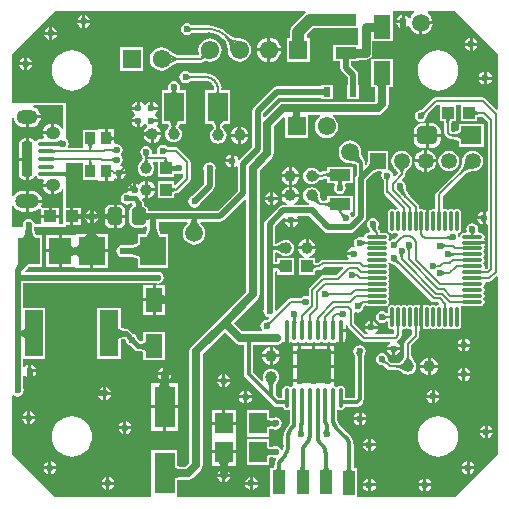
<source format=gtl>
%FSTAX23Y23*%
%MOIN*%
%SFA1B1*%

%IPPOS*%
%AMD20*
4,1,8,0.034400,-0.014800,0.034400,0.014800,0.019700,0.029500,-0.019700,0.029500,-0.034400,0.014800,-0.034400,-0.014800,-0.019700,-0.029500,0.019700,-0.029500,0.034400,-0.014800,0.0*
1,1,0.029520,0.019700,-0.014800*
1,1,0.029520,0.019700,0.014800*
1,1,0.029520,-0.019700,0.014800*
1,1,0.029520,-0.019700,-0.014800*
%
%AMD26*
4,1,8,-0.023600,0.017700,-0.023600,-0.017700,-0.011800,-0.029500,0.011800,-0.029500,0.023600,-0.017700,0.023600,0.017700,0.011800,0.029500,-0.011800,0.029500,-0.023600,0.017700,0.0*
1,1,0.023620,-0.011800,0.017700*
1,1,0.023620,-0.011800,-0.017700*
1,1,0.023620,0.011800,-0.017700*
1,1,0.023620,0.011800,0.017700*
%
%AMD33*
4,1,8,-0.017700,0.050200,-0.017700,-0.050200,-0.008900,-0.059100,0.008900,-0.059100,0.017700,-0.050200,0.017700,0.050200,0.008900,0.059100,-0.008900,0.059100,-0.017700,0.050200,0.0*
1,1,0.017720,-0.008900,0.050200*
1,1,0.017720,-0.008900,-0.050200*
1,1,0.017720,0.008900,-0.050200*
1,1,0.017720,0.008900,0.050200*
%
%ADD10C,0.007870*%
%ADD11C,0.013780*%
%ADD12C,0.019690*%
%ADD13C,0.027560*%
%ADD14C,0.029530*%
%ADD15C,0.011810*%
%ADD16C,0.015750*%
%ADD17O,0.013780X0.066930*%
%ADD18R,0.118110X0.118110*%
%ADD19C,0.059060*%
G04~CAMADD=20~8~0.0~0.0~590.6~689.0~147.6~0.0~15~0.0~0.0~0.0~0.0~0~0.0~0.0~0.0~0.0~0~0.0~0.0~0.0~270.0~689.0~590.0*
%ADD20D20*%
%ADD21R,0.068900X0.059060*%
%ADD22R,0.033470X0.041340*%
%ADD23R,0.059060X0.070870*%
%ADD24R,0.039370X0.039370*%
%ADD25C,0.039370*%
G04~CAMADD=26~8~0.0~0.0~590.6~472.4~118.1~0.0~15~0.0~0.0~0.0~0.0~0~0.0~0.0~0.0~0.0~0~0.0~0.0~0.0~90.0~472.0~590.0*
%ADD26D26*%
%ADD27R,0.055120X0.078740*%
%ADD28R,0.086610X0.094490*%
%ADD29R,0.062990X0.157480*%
%ADD30R,0.074800X0.089760*%
%ADD31R,0.070870X0.039370*%
%ADD32R,0.039370X0.039370*%
G04~CAMADD=33~8~0.0~0.0~1181.1~354.3~88.6~0.0~15~0.0~0.0~0.0~0.0~0~0.0~0.0~0.0~0.0~0~0.0~0.0~0.0~90.0~355.0~1181.0*
%ADD33D33*%
%ADD34O,0.053150X0.015750*%
%ADD35R,0.066930X0.094490*%
%ADD36R,0.070870X0.137800*%
%ADD37R,0.024800X0.032680*%
%ADD38R,0.039370X0.078740*%
%ADD39O,0.066930X0.011810*%
%ADD40O,0.011810X0.066930*%
%ADD41C,0.039370*%
%ADD42O,0.047240X0.041340*%
%ADD43O,0.070870X0.049210*%
%ADD44O,0.078740X0.049210*%
%ADD45R,0.061020X0.061020*%
%ADD46C,0.061020*%
%ADD47C,0.053150*%
%ADD48R,0.053150X0.053150*%
%ADD49C,0.023620*%
%LNstepperpcb-1*%
%LPD*%
G36*
X01275Y00795D02*
D01*
X01282Y00791*
X0129Y00789*
X0129Y00789*
X01292Y00789*
X01294Y00787*
X01294Y00788*
X01294Y00788*
X01414Y00668*
X01418Y00666*
X01422Y00665*
X01437*
X01441Y00661*
X01441Y0066*
X0144Y00656*
X01435Y00655*
X01431Y00652*
X01426Y00655*
X01421Y00656*
X01415Y00655*
X01411Y00652*
X01406Y00655*
X01401Y00656*
X01396Y00655*
X01393Y00653*
X01393Y00653*
X01388Y00657*
X01386Y00657*
Y00614*
Y00571*
X01388Y00572*
X01393Y00575*
X01393Y00575*
X01396Y00574*
X01401Y00573*
X01406Y00574*
X01411Y00577*
X01415Y00574*
X01421Y00573*
X01426Y00574*
X01431Y00577*
X01435Y00574*
X0144Y00573*
X01446Y00574*
X0145Y00577*
X01455Y00574*
X0146Y00573*
X01466Y00574*
X0147Y00577*
X01474Y00574*
X0148Y00573*
X01485Y00574*
X0149Y00577*
X01494Y00574*
X015Y00573*
X01505Y00574*
X01509Y00577*
X01512Y00581*
X01514Y00587*
Y00642*
X01512Y00647*
X01511Y00649*
X01513Y00651*
X01517Y00653*
X01518Y00652*
X01523Y00651*
X01578*
X01584Y00652*
X01588Y00655*
X01591Y0066*
X01592Y00665*
X01591Y00671*
X01588Y00675*
X01591Y0068*
X01592Y00685*
X01591Y0069*
X01588Y00695*
X01591Y00699*
X01592Y00705*
X01591Y0071*
X01588Y00715*
X01591Y00719*
X01592Y00724*
X01592Y00728*
X01595Y00732*
X01608*
X01613Y00733*
X01617Y00736*
X01631Y0075*
X01635Y00748*
Y00159*
X01625Y00149*
X01492Y00015*
X01168*
Y0011*
X01156*
X01155Y00113*
X01155*
Y00186*
X01155*
X01154Y00201*
X01148Y00214*
X01139Y00226*
X01139Y00226*
X01139Y00226*
X01109Y00256*
X01108Y00257*
X01103Y00264*
X01101Y00273*
X01101Y00274*
Y00303*
X01106Y00305*
X01106Y00305*
X01112Y00304*
X01118Y00305*
X01123Y00308*
X01126Y00313*
X01126Y00314*
X01165*
X0117Y00316*
X01175Y00319*
X01185Y00329*
X01188Y00334*
X0119Y0034*
Y00486*
X0119Y00487*
X01193Y00492*
X01195Y005*
X01193Y00507*
X01189Y00514*
X01182Y00518*
X01175Y0052*
X01167Y00518*
X0116Y00514*
X01156Y00507*
X01154Y005*
X01156Y00492*
X01159Y00487*
X01159Y00486*
Y00346*
X01158Y00345*
X01127*
Y00372*
X01126Y00378*
X01123Y00382*
X01118Y00386*
X01112Y00387*
X01106Y00386*
X01101Y00382*
X01097*
X01092Y00386*
X01091Y00386*
Y00397*
X0107*
Y00407*
X01091*
Y00445*
X00953*
Y00407*
X00975*
Y00397*
X00953*
Y00386*
X00953Y00386*
X00948Y00382*
X00943*
X00938Y00386*
X00933Y00387*
X00927Y00386*
X00922Y00382*
X00919Y00378*
X00918Y00372*
Y00345*
X00906*
X00895Y00356*
Y00383*
X00895*
X00895Y00384*
X00896Y00389*
X00899Y00394*
X00899Y00394*
X00899Y00394*
X009Y00395*
X00904Y004*
X00906Y00407*
X00907Y00414*
X00906Y00421*
X00904Y00428*
X00899Y00434*
X00893Y00438*
X00887Y00441*
X0088Y00442*
X00872Y00441*
X00866Y00438*
X0086Y00434*
X00855Y00428*
X00853Y00421*
X00852Y00414*
X00853Y00407*
X00854Y00403*
X0085Y004*
X0082Y00431*
Y00522*
X009*
X00909Y00524*
X00916Y00529*
X00916Y0053*
X00921Y0053*
X00926Y00527*
X00928Y00527*
Y0057*
X00938*
Y00527*
X00939Y00527*
X00945Y00531*
X00948Y00532*
X00953Y00529*
X00958Y00528*
X00964Y00529*
X00969Y00532*
X00973*
X00978Y00529*
X00984Y00528*
X0099Y00529*
X00995Y00532*
X00999*
X01004Y00529*
X0101Y00528*
X01015Y00529*
X0102Y00532*
X01024*
X01029Y00529*
X01035Y00528*
X01041Y00529*
X01046Y00532*
X0105*
X01055Y00529*
X01061Y00528*
X01066Y00529*
X01071Y00532*
X01076*
X01081Y00529*
X01086Y00528*
X01092Y00529*
X01097Y00532*
X01099*
X011Y00531*
X01105Y00527*
X01107Y00527*
Y0057*
X01112*
Y00575*
X01129*
Y00587*
X01134Y00587*
X01135Y00584*
X01137Y0058*
X01181Y00536*
X01185Y00533*
X0119Y00532*
X01276*
X01277Y00528*
X01273Y00525*
X01268Y00518*
X01268Y00514*
X0131*
X01309Y00518*
X01305Y00525*
X013Y00528*
X01299Y00532*
Y00534*
X01303Y00536*
X01311Y00544*
X01314Y00548*
X01315Y00553*
Y0057*
X01319Y00573*
X01322Y00573*
X01328Y00574*
X01332Y00577*
X01337Y00574*
X01342Y00573*
X01346Y00573*
X0135Y0057*
Y00557*
X01328Y00535*
X01325Y00531*
X01324Y00526*
Y00488*
X01324*
X01324Y00487*
X01323Y00481*
X01321Y00475*
X01316Y00469*
X01311Y00465*
X01305Y00462*
X01299Y00462*
X01298Y00462*
X01298*
X01298Y00462*
X01279*
X01271Y0047*
X01272Y0047*
X0127Y00472*
X0127Y00474*
X0127Y00475*
X01268Y00482*
X01264Y00489*
X01257Y00493*
X0125Y00495*
X01242Y00493*
X01235Y00489*
X01231Y00482*
X01229Y00475*
X01231Y00467*
X01235Y0046*
X01242Y00456*
X0125Y00454*
X0125Y00454*
X01252Y00454*
X01254Y00452*
X01254Y00453*
X01254Y00453*
X01266Y00441*
X01268Y00439*
X0127Y00438*
X01275Y00437*
X01298*
X01298Y00437*
X01298*
X01299Y00437*
X01305Y00437*
X01311Y00434*
X01316Y0043*
X01316Y0043*
X01316Y0043*
X01322Y00425*
X01329Y00423*
X01336Y00422*
X01343Y00423*
X0135Y00425*
X01356Y0043*
X0136Y00436*
X01363Y00442*
X01364Y0045*
X01363Y00457*
X0136Y00463*
X01356Y00469*
X01356Y00469*
X01352Y00475*
X01349Y00481*
X01348Y00487*
X01348Y00488*
X01348*
Y00521*
X0137Y00543*
X01373Y00547*
X01374Y00552*
Y00568*
X01376Y0057*
Y00614*
Y00657*
X01375Y00657*
X0137Y00653*
X0137Y00653*
X01367Y00655*
X01362Y00656*
X01356Y00655*
X01352Y00652*
X01347Y00655*
X01342Y00656*
X01337Y00655*
X01332Y00652*
X01328Y00655*
X01322Y00656*
X01317Y00655*
X01312Y00652*
X01308Y00655*
X01303Y00656*
X01297Y00655*
X01293Y00652*
X01288Y00655*
X01283Y00656*
X01278Y00655*
X01273Y00652*
X0127Y00647*
X01269Y00642*
Y0063*
X01265Y00628*
X01264Y00628*
X01264Y00628*
X01257Y00633*
X0125Y00634*
X01242Y00633*
X01235Y00628*
X01231Y00622*
X01229Y00614*
X01231Y00607*
X01235Y006*
X01242Y00596*
X0125Y00594*
X01257Y00596*
X01264Y006*
X01264Y006*
X01265Y00601*
X01269Y00598*
Y00587*
X0127Y00581*
X01273Y00577*
X01278Y00574*
X01283Y00573*
X01287Y00573*
X01291Y0057*
Y00558*
X0129Y00557*
X01227*
X01225Y00561*
X0123Y00564*
X01235Y00572*
X01235Y00575*
X01193*
X01194Y00572*
X01198Y00564*
X01203Y00561*
X01202Y00557*
X01194*
X01158Y00593*
Y00629*
X01162Y00631*
X0117Y00629*
X01177Y00631*
X01184Y00635*
X01188Y00642*
X0119Y0065*
X01193Y00653*
X01197*
X01199Y00652*
X01204Y00651*
X01259*
X01265Y00652*
X01269Y00655*
X01272Y0066*
X01273Y00665*
X01272Y00671*
X01269Y00675*
X01272Y0068*
X01273Y00685*
X01272Y0069*
X01269Y00695*
X01272Y00699*
X01273Y00705*
X01272Y0071*
X01269Y00715*
X01272Y00719*
X01273Y00724*
X01272Y0073*
X01269Y00734*
X01272Y00739*
X01273Y00744*
X01272Y0075*
X01269Y00754*
X01272Y00758*
X01273Y00764*
X01272Y00769*
X01269Y00774*
X01272Y00778*
X01273Y00784*
X01272Y00789*
X01269Y00793*
X0127Y00795*
X01275Y00795*
X01275Y00795*
G37*
G36*
X00759Y00529D02*
X00766Y00524D01*
X00775Y00522*
X00789*
Y00425*
X00791Y00419*
X00794Y00414*
X00869Y00339*
X00889Y00319*
X00894Y00316*
X009Y00314*
X00919*
X00919Y00313*
X00922Y00308*
X00927Y00305*
X00933Y00304*
X00938Y00305*
X00939Y00305*
X00943Y00303*
Y00265*
X00943Y00265*
X00942Y0026*
X0094Y00256*
X0094Y00256*
X00932Y00247*
X00926Y00236*
X00923Y00224*
X00921Y00212*
X00921*
Y00189*
X00922Y00188*
X0092Y00175*
X00918Y00171*
X00913Y00171*
X00913Y00172*
X00909Y00179*
X00902Y00183*
X00895Y00185*
X00887Y00183*
X00885Y00182*
X00885*
X00885Y00182*
X00884Y00182*
X00884*
X00884Y00182*
X00881Y00182*
X00878Y00182*
X00874Y00184*
Y00208*
X00799*
Y00121*
X00874*
Y00145*
X00878Y00147*
X00881Y00147*
X00885Y00147*
X00885Y00147*
X00885Y00147*
X00885Y00147*
X00885*
X00887Y00146*
X00895Y00144*
X00896Y00137*
X00893Y00129*
X00891Y00115*
X00891*
Y00115*
X0089Y00112*
X00878*
Y00017*
X00876Y00015*
X00568*
Y00017*
Y00071*
X00569Y00071*
X00575Y00072*
X00604*
X00613Y00074*
X0062Y00079*
X00645Y00104*
X0065Y00111*
X00652Y0012*
Y00415*
Y0049*
X00725Y00563*
X00759Y00529*
G37*
G36*
X00188Y01241D02*
X00183Y0124D01*
X00182Y01244*
X00177Y01251*
X0017Y01256*
X00163Y01259*
X00157Y01259*
Y01229*
X00152*
Y01224*
X00119*
X00119Y01221*
X00122Y01213*
X00123Y01213*
X0012Y01208*
X00113*
X00107Y01207*
X00101Y01204*
X00099Y012*
X00094*
X0009Y01205*
X00084Y01209*
X00076Y01211*
X00072*
Y01141*
Y01072*
X00076*
X00084Y01073*
X0009Y01077*
X00094Y01083*
X00099*
X00101Y01079*
X00107Y01075*
X00113Y01074*
X0012*
X00123Y0107*
X00122Y01069*
X00119Y01062*
X00119Y01059*
X00152*
Y01054*
X00157*
Y01023*
X00163Y01024*
X0017Y01027*
X00177Y01032*
X00182Y01038*
X00183Y01042*
X00188Y01041*
Y00994*
Y00979*
X00188Y00978*
X00187Y00977*
Y00923*
X00174*
Y00945*
X00114*
Y00923*
X00092*
X00091Y0093*
X00086Y00936*
X0008Y00941*
X00072Y00942*
X00064Y00941*
X00058Y00936*
X00054Y0093*
X00052Y00922*
X00053Y00919*
X0005Y00915*
X00017*
Y00983*
X00022Y00984*
X00022Y00983*
X00028Y00976*
X00035Y0097*
X00044Y00967*
X00053Y00966*
X00062*
Y01*
Y01035*
X00053*
X00044Y01034*
X00035Y01031*
X00028Y01025*
X00022Y01018*
X00022Y01017*
X00017Y01018*
Y01278*
X00022Y01278*
X00023Y01273*
X00026Y01265*
X00032Y01257*
X00039Y01252*
X00048Y01248*
X00057Y01247*
X00062*
Y01282*
X00067*
Y01287*
X00112*
X00112Y01291*
X00108Y01299*
X00103Y01307*
X00096Y01312*
X00088Y01315*
X00089Y0132*
X00188*
Y01241*
G37*
G36*
X0125Y01096D02*
X01249Y01094D01*
X01247Y01086*
X01249Y01078*
X01253Y01072*
X01253Y01072*
X01255Y0107*
X01255Y01067*
X01255*
Y01032*
X01256Y01027*
X01259Y01023*
X0126Y01023*
X0126Y01022*
X01303Y00979*
X01301Y00974*
X01297Y00974*
X01293Y00971*
X01288Y00974*
X01283Y00975*
X01278Y00974*
X01273Y00971*
X0127Y00966*
X01269Y00961*
Y00906*
X0127Y009*
X01273Y00896*
X01278Y00893*
X01283Y00892*
X01288Y00893*
X01293Y00896*
X01297Y00893*
X01303Y00892*
X01303Y00892*
X01305Y00887*
X01304Y00887*
X01304Y00887*
X01294Y00876*
X01292Y00874*
X0129Y00875*
X01282Y00873*
X01276Y00869*
X01273Y0087*
X01271Y00874*
X01272Y00877*
X01273Y00882*
X01272Y00887*
X01269Y00892*
X01265Y00895*
X01259Y00896*
X01244*
Y00897*
X01243Y00902*
X01242Y00903*
X0124Y00906*
X0124Y00906*
X01238Y00909*
X01237Y00913*
X01238Y00916*
X01238Y00917*
X01238Y00917*
X01239Y00917*
X0124Y00925*
X01239Y00932*
X01234Y00939*
X01228Y00943*
X0122Y00945*
X01212Y00943*
X01206Y00939*
X01201Y00932*
X012Y00925*
X01201Y00917*
X01206Y00911*
X01208Y00909*
Y00909*
X01208Y00909*
X01208Y00909*
X01208Y00909*
X01209Y00904*
X01211Y009*
X01207Y00896*
X01204*
X01199Y00895*
X01194Y00892*
X01191Y00887*
X0119Y00882*
X0119Y00882*
X01184Y00881*
X01177Y00882*
X01169Y00881*
X01163Y00876*
X01158Y0087*
X01157Y00862*
X01158Y00855*
X0116Y00852*
X01157Y00848*
X01155Y00849*
X01147Y00847*
X01139Y00842*
X01134Y00835*
X01134Y00831*
X01155*
Y00821*
X01134*
X01134Y00818*
X01139Y00811*
X01138Y00806*
X01052*
X01047Y00805*
X01043Y00802*
X01036Y00796*
X01031Y00796*
X01027Y00798*
Y00811*
X01009*
X01008Y00816*
X01014Y00819*
X01021Y00823*
X01025Y0083*
X01028Y00837*
X01029Y0084*
X0097*
X00971Y00837*
X00974Y0083*
X00978Y00823*
X00985Y00819*
X00991Y00816*
X0099Y00811*
X00972*
Y00756*
X01027*
Y00769*
X01031Y00771*
X01037Y00771*
X01038Y00771*
Y00771*
X01041*
X01046Y00772*
X0105Y00775*
X01057Y00782*
X0112*
X01122Y00777*
X01098Y00754*
X01054*
X01049Y00753*
X01048Y00752*
X01046Y0075*
X01009Y00713*
X01006Y00709*
X01005Y00705*
Y00686*
X01001Y00683*
X00995Y00685*
X00987Y00683*
X0098Y00679*
X0098Y00679*
X00978Y00677*
X00975Y00677*
Y00677*
X00945*
X0094Y00676*
X00936Y00673*
X00899Y00636*
X00894Y00637*
X00893Y00642*
X00893Y00643*
Y00766*
X00896Y00769*
X00901Y00768*
Y00756*
X00956*
Y00811*
X00901*
Y00799*
X00896Y00798*
X00893Y00801*
Y00827*
X00896Y0083*
X00903Y00829*
X00909Y00825*
X00909Y00825*
X00909Y00825*
X00909Y00825*
X00915Y0082*
X00921Y00818*
X00929Y00817*
X00936Y00818*
X00943Y0082*
X00948Y00825*
X00953Y00831*
X00955Y00837*
X00956Y00845*
X00955Y00852*
X00953Y00858*
X00948Y00864*
X00943Y00869*
X00936Y00871*
X00929Y00872*
X00921Y00871*
X00915Y00869*
X00909Y00864*
X00909Y00864*
X00909Y00864*
X00909Y00864*
X00903Y0086*
X00896Y00859*
X00893Y00862*
Y00917*
X00924Y00949*
X00928Y00946*
X00928Y00945*
X00927Y00942*
X0097*
X00969Y00945*
X00968Y00947*
X0097Y00951*
X01006*
X01007Y00951*
X01008Y00951*
X01058Y009*
X01064Y00896*
X01071Y00895*
X01145*
X01152Y00896*
X01158Y009*
X01192Y00934*
X01196Y0094*
X01198Y00947*
Y0107*
X01222Y01094*
X01228Y01098*
X01237Y011*
X01237Y011*
X01239Y011*
X01248*
X0125Y01096*
G37*
G36*
X01635Y0149D02*
Y01488D01*
Y01307*
X01631Y01305*
X01593Y01343*
X01589Y01346*
X01585Y01347*
X01429*
X01424Y01346*
X01421Y01343*
X01384Y01307*
X01384Y01307*
X01382Y01306*
X0138Y01305*
X0138*
X01372Y01303*
X01365Y01299*
X01361Y01293*
X01359Y01285*
X01361Y01277*
X01365Y01271*
X01372Y01266*
X0138Y01265*
X01387Y01266*
X01394Y01271*
X01398Y01277*
X014Y01285*
X014Y01285*
X014Y01288*
X01402Y0129*
X01401Y0129*
X01434Y01322*
X01442*
Y01322*
Y01319*
Y01267*
X01455*
X01456Y01263*
X01457Y01257*
X01457Y01256*
X01457*
Y01235*
X01457*
X01458Y01228*
X01461Y01221*
X01465Y01216*
X01471Y01211*
X01477Y01208*
X01485Y01207*
Y01207*
X01485Y01207*
X01496Y01206*
X01506Y01202*
Y01182*
X01591*
Y01257*
X01506*
Y01237*
X01496Y01233*
X01485Y01232*
X01485Y01232*
X01484Y01232*
X01482Y01233*
X01481Y01235*
X01481*
Y01256*
X01481*
X01481Y01257*
X01482Y01263*
X01484Y01267*
X01497*
Y01319*
Y01322*
X01497Y01322*
X01512*
Y01322*
Y01267*
X01567*
Y0128*
X01571Y01282*
X01577Y01282*
X01578Y01282*
Y01282*
X01585*
X01602Y01265*
Y00968*
X01598Y00965*
X01595Y00966*
Y00945*
Y00923*
X01598Y00924*
X01602Y00921*
Y00779*
X01599Y00776*
X01594Y00776*
X01592Y0078*
X01592Y00784*
X01591Y00789*
X01588Y00793*
X01591Y00798*
X01592Y00803*
X01591Y00809*
X01588Y00813*
X01591Y00818*
X01592Y00823*
X01591Y00828*
X01588Y00833*
X01591Y00837*
X01592Y00843*
X01591Y00848*
X01589Y00851*
X0159Y00851*
X01593Y00856*
X01593Y00857*
X01551*
Y00867*
X01593*
X01593Y00868*
X0159Y00874*
X01589Y00874*
X01591Y00877*
X01592Y00882*
X01591Y00887*
X01588Y00892*
X01584Y00895*
X01578Y00896*
X01573*
X01569Y009*
X01571Y00907*
X01569Y00915*
X01565Y00921*
X01558Y00926*
X01551Y00927*
X01543Y00926*
X01536Y00921*
X01532Y00915*
X01531Y00907*
X01532Y009*
X01529Y00896*
X01523*
X01518Y00895*
X01513Y00892*
X0151Y00887*
X01509Y00882*
X01504*
X01503Y00887*
X01503Y00888*
X01504Y00893*
X01505Y00893*
X01509Y00896*
X01512Y009*
X01514Y00906*
Y00961*
X01512Y00966*
X01509Y00971*
X01505Y00974*
X015Y00975*
X01494Y00974*
X0149Y00971*
X01485Y00974*
X0148Y00975*
X01474Y00974*
X0147Y00971*
X01466Y00974*
X0146Y00975*
X01456Y00974*
X01452Y00977*
Y01018*
X01522Y01087*
X01522Y01087*
X01522Y01088*
X01531Y01094*
X01541Y01098*
X01551Y011*
X01552Y011*
X01561Y01101*
X01569Y01104*
X01577Y0111*
X01582Y01117*
X01586Y01126*
X01587Y01135*
X01586Y01143*
X01582Y01152*
X01577Y01159*
X01569Y01165*
X01561Y01168*
X01552Y01169*
X01543Y01168*
X01535Y01165*
X01527Y01159*
X01522Y01152*
X01518Y01143*
X01517Y01135*
X01517Y01134*
X01516Y01123*
X01512Y01113*
X01505Y01105*
X01505Y01104*
X01505Y01104*
X01432Y01031*
X01429Y01028*
X01428Y01023*
Y00977*
X01425Y00974*
X01421Y00975*
X01415Y00974*
X01413Y00972*
X01413Y00972*
X01407Y00976*
X01406Y00976*
Y00933*
X01396*
Y00976*
X01395Y00976*
X0139Y00972*
X01389Y00972*
X01387Y00974*
X01381Y00975*
X01378Y00974*
X01374Y00977*
Y00982*
X01373Y00986*
X0137Y0099*
X01342Y01018*
X01342Y01019*
X01335Y01027*
X01331Y01038*
X01329Y01049*
X0133Y0105*
X01328Y01057*
X01324Y01064*
X01317Y01068*
X01317Y01068*
X01316Y01073*
X01324Y01082*
X01326Y01084*
X01327Y01086*
X01328Y0109*
X01328*
X01328*
Y0109*
X01328Y0109*
X01328Y01091*
X01329Y01098*
X01334Y01104*
X01334Y01105*
X01336Y01106*
X01336Y01107*
X01338Y01108*
X01338Y01108*
X0134Y0111*
X01346Y01117*
X01349Y01126*
X01351Y01135*
X01349Y01143*
X01346Y01152*
X0134Y01159*
X01333Y01165*
X01325Y01168*
X01316Y01169*
X01307Y01168*
X01298Y01165*
X01291Y01159*
X01286Y01152*
X01282Y01143*
X01281Y01135*
X01282Y01126*
X01286Y01117*
X01291Y0111*
X01294Y01108*
X01294Y01108*
X01295Y01107*
X01295Y01106*
X01297Y01105*
X01298Y01104*
X01302Y01098*
X01303Y01094*
X01292Y01083*
X01287Y01085*
X01287Y01086*
X01286Y01094*
X01281Y011*
X01275Y01105*
X01271Y01105*
Y01169*
X01203*
Y01136*
X01202Y01135*
X01202Y01134*
X01201Y01126*
X01198Y01122*
X01194Y01124*
Y01129*
X01192Y01134*
X01189Y01138*
X0119Y01139*
X01189Y01139*
X01185Y01145*
X01182Y01152*
X01181Y0116*
X01181Y01162*
X01181Y01162*
X01181Y01163*
X01181Y01163*
X01181Y01165*
X0118Y01175*
X01176Y01184*
X0117Y01192*
X01162Y01198*
X01153Y01201*
X01143Y01203*
X01133Y01201*
X01124Y01198*
X01117Y01192*
X01111Y01184*
X01107Y01175*
X01105Y01165*
X01107Y01155*
X01111Y01146*
X01117Y01138*
X01124Y01132*
X01133Y01128*
X01143Y01127*
X01145Y01127*
X01145Y01127*
X01146Y01127*
X01146Y01127*
X01148Y01127*
X01156Y01126*
X01163Y01123*
X01165Y01122*
Y01088*
X01163Y01084*
X01161Y01077*
Y00954*
X01154Y00947*
X01149Y00948*
X01148Y00952*
X01144Y00958*
X01146Y00963*
X01153*
Y01018*
X01066*
Y01005*
X01062Y01003*
X01056Y01002*
X01056Y01003*
X01056*
X01056Y01002*
X01049*
X01046Y01007*
X01044Y01013*
X01043Y0102*
X01043*
X01042Y01027*
X01039Y01033*
X01035Y01039*
X01029Y01044*
X01022Y01046*
X01015Y01047*
X01008Y01046*
X01001Y01044*
X00995Y01039*
X00991Y01033*
X00988Y01027*
X00987Y0102*
X00988Y01012*
X00991Y01006*
X00995Y01*
X01001Y00995*
X01006Y00993*
X01006Y00991*
X01003Y00988*
X00957*
X00956Y00992*
X00959Y00994*
X00965Y00998*
X0097Y01005*
X00973Y01012*
X00973Y01015*
X00915*
X00915Y01012*
X00918Y01005*
X00923Y00998*
X00929Y00994*
X00932Y00992*
X00931Y00988*
X0092*
X00913Y00986*
X00907Y00982*
X00862Y00937*
X00858Y00931*
X00856Y00925*
Y00845*
Y00785*
Y00643*
X00856Y00642*
X00854Y00635*
X00856Y00627*
X0086Y0062*
X00867Y00616*
X00872Y00615*
X00873Y0061*
X00869Y00606*
X00869Y00607*
X00867Y00605*
X00865Y00605*
X00865Y00605*
X00857Y00603*
X0085Y00599*
X00846Y00592*
X00844Y00585*
X00846Y00577*
X0085Y00571*
X00848Y00567*
X00784*
X00756Y00595*
X00835Y00674*
X0084Y00681*
X00842Y0069*
Y01103*
X00883Y01145*
X00888Y01152*
X00889Y0116*
Y01248*
X00921Y0128*
X00926Y01278*
Y01211*
X01003*
Y01287*
X01043*
X01045Y01283*
X01037Y01277*
X01031Y01269*
X01027Y0126*
X01026Y0125*
X01027Y01239*
X01031Y0123*
X01037Y01222*
X01045Y01216*
X01054Y01212*
X01065Y01211*
X01075Y01212*
X01084Y01216*
X01092Y01222*
X01098Y0123*
X01102Y01239*
X01103Y0125*
X01102Y0126*
X01098Y01269*
X01092Y01277*
X01084Y01283*
X01086Y01287*
X01235*
X01243Y01289*
X0125Y01294*
X01265Y01309*
X0127Y01316*
X01272Y01325*
Y0138*
X01285*
Y01474*
X01214*
Y0138*
X01227*
Y01334*
X01225Y01332*
X0092*
X00911Y0133*
X00904Y01325*
X00859Y0128*
X00854Y01282*
Y01293*
X00907Y01346*
X01045*
Y0134*
X01086*
Y01389*
X01045*
Y01383*
X009*
X00893Y01381*
X00887Y01377*
X00823Y01314*
X00819Y01308*
X00818Y01301*
Y01181*
X00775Y01138*
X00774Y01139*
X0077Y01141*
X0077Y01143*
X00765Y0115*
X00758Y01155*
X00755Y01156*
Y01135*
Y01113*
X00758Y01114*
X00765Y01119*
X0077Y01116*
Y01035*
X00702Y00968*
X00472*
Y00968*
X00471Y00968*
X00471*
X00471Y00968*
X00469Y00975*
X00465Y00981*
X00458Y00986*
X00456Y00986*
X00455Y00992*
X00455Y00993*
X00455*
Y00995*
X00454Y01*
X00454Y01001*
X0045Y01006*
X00449Y01008*
X00452Y01012*
X00456Y0101*
X00459Y0101*
Y01039*
Y01068*
X00456Y01068*
X00449Y01065*
X00443Y0106*
X00439Y01056*
X00433Y0106*
X0043Y0106*
Y01039*
X00425*
Y01034*
X00404*
X00404Y01033*
X004Y01029*
X004Y0103*
X00392Y01028*
X00385Y01024*
X00381Y01017*
X00379Y0101*
X00381Y01002*
X00385Y00995*
X00392Y00991*
X004Y00989*
X00407Y00991*
X00411Y00993*
X00418*
X00419Y00986*
X00413Y00981*
X00409Y00975*
X00407Y00967*
Y00932*
X00409Y00924*
X00413Y00918*
X00419Y00913*
X00427Y00912*
X00451*
X00458Y00913*
X00464Y00917*
X00468Y00915*
X00468Y00907*
X00464Y00895*
X00461Y0089*
X00436*
Y0086*
X0043Y00857*
X00418Y00854*
X00408Y00853*
X00407*
X00406Y00853*
Y00853*
X00393*
X00392Y00853*
X00385Y00855*
X00377Y00853*
X0037Y00849*
X00366Y00842*
X00364Y00835*
X00366Y00827*
X0037Y0082*
X00377Y00816*
X00385Y00814*
X00392Y00816*
X00393Y00816*
X00406*
Y00816*
X00407Y00816*
X00408*
X00418Y00815*
X0043Y00812*
X00436Y00809*
Y00779*
X00538*
Y0089*
X00513*
X0051Y00895*
X00506Y00907*
X00505Y00918*
Y00918*
X00505Y00919*
X00505*
Y00931*
X006*
X00603Y00927*
X00598Y00921*
X00597Y0092*
X00591Y00912*
X00587Y00903*
X00586Y00893*
X00587Y00883*
X00591Y00874*
X00597Y00867*
X00605Y00861*
X00614Y00857*
X00624Y00855*
X00633Y00857*
X00642Y00861*
X0065Y00867*
X00656Y00874*
X0066Y00883*
X00661Y00893*
X0066Y00903*
X00656Y00912*
X0065Y0092*
X00649Y00921*
X00644Y00927*
X00647Y00931*
X0071*
X00716Y00933*
X00722Y00937*
X00793Y01007*
X00797Y01005*
Y00699*
X00709Y0061*
X00614Y00515*
X00609Y00508*
X00607Y005*
Y00415*
Y00129*
X00595Y00116*
X00575*
X00569Y00117*
X00568Y00118*
Y00171*
X00481*
Y00017*
X00479Y00015*
X00161*
X00017Y00159*
Y00352*
X00022Y00354*
X00027Y00351*
X00035Y00349*
X00042Y00351*
X00049Y00355*
X00053Y00362*
X00055Y0037*
X00053Y00377*
X00053Y00378*
Y00419*
X00057Y00421*
X00059Y00419*
X00066Y00414*
X0007Y00413*
Y00435*
Y00456*
X00066Y00455*
X00059Y0045*
X00057Y00448*
X00053Y0045*
Y00473*
X00128*
Y00646*
X00053*
Y00728*
X00494*
X00495Y00728*
X00503Y00726*
X00502Y00721*
X00495*
Y00677*
X00527*
Y00721*
X00503*
X00503Y00726*
X0051Y00728*
X00517Y00732*
X00521Y00739*
X00523Y00746*
X00521Y00754*
X00517Y0076*
X0051Y00765*
X00503Y00766*
X00495Y00765*
X00494Y00764*
X00061*
X0006Y00769*
X0007Y00779*
X0007Y00779*
X0007Y0078*
X00072Y00782*
X00117*
Y00887*
X00095*
X00092Y00896*
X0009Y00907*
Y00908*
X0009Y00909*
X0009*
Y00914*
X00091Y00914*
X00091Y00915*
X00196*
Y0092*
X0021*
Y0095*
Y00979*
X00196*
Y00994*
Y01129*
X00253*
Y01128*
Y01071*
X00303*
X00304Y01069*
Y01069*
X00326*
Y011*
X00336*
Y01069*
X00358*
Y01075*
X00362Y01077*
X00365Y01075*
X00369Y01075*
Y01096*
X00374*
Y01101*
X00395*
X00394Y01104*
X00389Y01112*
X00382Y01117*
X00377Y01118*
X00376Y01122*
X0038Y01125*
X00384Y01132*
X00386Y01139*
X00384Y01147*
X0038Y01153*
Y01157*
X00384Y01163*
X00386Y01171*
X00384Y01178*
X0038Y01185*
X00373Y01189*
X00366Y01191*
X00362Y0119*
X00358Y01193*
Y01205*
X00331*
Y0121*
X00326*
Y0124*
X00304*
Y01238*
X00303*
X00253*
Y01181*
X00251Y01179*
X00204*
X00202Y01183*
X00203Y01185*
X00205Y01192*
X00203Y012*
X00199Y01207*
X00196Y01208*
Y01328*
X00017*
Y0149*
X00161Y01633*
X00994*
X00995Y0163*
X00996Y01629*
X0099Y01624*
X00952Y01586*
X00947Y0158*
X00945Y01574*
X00944Y01566*
Y01543*
X00933*
Y01466*
X0101*
Y01543*
X00999*
Y01555*
X01021Y01577*
X0113*
X01131Y01577*
X01171*
Y01522*
X01086*
Y01467*
X01111*
Y01445*
X01113Y01438*
X01117Y01432*
X01135Y01413*
Y01389*
X01133*
Y0134*
X01174*
Y01389*
X01171*
Y01421*
X0117Y01428*
X01166Y01433*
X01148Y01452*
Y01467*
X01173*
Y01471*
X01195*
X01203Y01473*
X01211Y01478*
X01216Y01486*
X01218Y01494*
Y01535*
X01285*
Y01629*
Y0163*
X01288Y01633*
X01355*
X01357Y01629*
X01351Y01624*
X01345Y01616*
X01343Y01611*
X01338Y01611*
X01335Y01615*
X01328Y0162*
X01325Y01621*
Y016*
Y01578*
X01328Y01579*
X01335Y01584*
X01336Y01585*
X01338Y01585*
X01341Y01585*
X01345Y01576*
X01351Y01568*
X01359Y01561*
X01369Y01557*
X01374Y01557*
Y01596*
X01379*
Y01601*
X01419*
X01418Y01606*
X01414Y01616*
X01408Y01624*
X01402Y01629*
X01403Y01633*
X01492*
X01635Y0149*
G37*
%LNstepperpcb-2*%
%LPC*%
G36*
X0032Y00381D02*
X00316Y0038D01*
X00309Y00375*
X00304Y00368*
X00303Y00365*
X0032*
Y00381*
G37*
G36*
X008Y00369D02*
Y00353D01*
X00816*
X00815Y00356*
X00811Y00364*
X00803Y00368*
X008Y00369*
G37*
G36*
X01425Y00371D02*
Y00355D01*
X01441*
X0144Y00358*
X01435Y00365*
X01428Y0037*
X01425Y00371*
G37*
G36*
X01415D02*
X01411Y0037D01*
X01404Y00365*
X01399Y00358*
X01398Y00355*
X01415*
Y00371*
G37*
G36*
X0033Y00381D02*
Y00365D01*
X00346*
X00345Y00368*
X0034Y00375*
X00333Y0038*
X0033Y00381*
G37*
G36*
X01544Y00418D02*
X01528D01*
Y00401*
X01532Y00402*
X01539Y00407*
X01544Y00414*
X01544Y00418*
G37*
G36*
X0052Y0042D02*
X00503D01*
X00504Y00416*
X00509Y00409*
X00516Y00404*
X0052Y00403*
Y0042*
G37*
G36*
X00546D02*
X0053D01*
Y00403*
X00533Y00404*
X0054Y00409*
X00545Y00416*
X00546Y0042*
G37*
G36*
X00717Y00397D02*
X00701D01*
X00702Y00394*
X00707Y00387*
X00714Y00382*
X00717Y00381*
Y00397*
G37*
G36*
X00744D02*
X00727D01*
Y00381*
X00731Y00382*
X00738Y00387*
X00743Y00394*
X00744Y00397*
G37*
G36*
X01518Y00418D02*
X01502D01*
X01503Y00414*
X01507Y00407*
X01515Y00402*
X01518Y00401*
Y00418*
G37*
G36*
X0079Y00369D02*
X00786Y00368D01*
X00779Y00364*
X00774Y00356*
X00774Y00353*
X0079*
Y00369*
G37*
G36*
X00077Y003D02*
Y00284D01*
X00094*
X00093Y00288*
X00088Y00295*
X00081Y003*
X00077Y003*
G37*
G36*
X0052Y00394D02*
X00479D01*
Y0032*
X0052*
Y00394*
G37*
G36*
X0057D02*
X0053D01*
Y0032*
X0057*
Y00394*
G37*
G36*
X01172Y00296D02*
X01168Y00296D01*
X01161Y00291*
X01156Y00284*
X01155Y0028*
X01172*
Y00296*
G37*
G36*
X01182D02*
Y0028D01*
X01198*
X01197Y00284*
X01192Y00291*
X01185Y00296*
X01182Y00296*
G37*
G36*
X00067Y003D02*
X00064Y003D01*
X00057Y00295*
X00052Y00288*
X00051Y00284*
X00067*
Y003*
G37*
G36*
X01441Y00345D02*
X01425D01*
Y00328*
X01428Y00329*
X01435Y00334*
X0144Y00341*
X01441Y00345*
G37*
G36*
X0032Y00355D02*
X00303D01*
X00304Y00351*
X00309Y00344*
X00316Y00339*
X0032Y00338*
Y00355*
G37*
G36*
X00346D02*
X0033D01*
Y00338*
X00333Y00339*
X0034Y00344*
X00345Y00351*
X00346Y00355*
G37*
G36*
X0079Y00343D02*
X00774D01*
X00774Y00339*
X00779Y00332*
X00786Y00327*
X0079Y00327*
Y00343*
G37*
G36*
X00816D02*
X008D01*
Y00327*
X00803Y00327*
X00811Y00332*
X00815Y00339*
X00816Y00343*
G37*
G36*
X01415Y00345D02*
X01398D01*
X01399Y00341*
X01404Y00334*
X01411Y00329*
X01415Y00328*
Y00345*
G37*
G36*
X01284Y00504D02*
X01268D01*
X01268Y00501*
X01273Y00494*
X0128Y00489*
X01284Y00488*
Y00504*
G37*
G36*
X0131D02*
X01294D01*
Y00488*
X01297Y00489*
X01305Y00494*
X01309Y00501*
X0131Y00504*
G37*
G36*
X00875Y00514D02*
X00872Y00514D01*
X00865Y00511*
X00858Y00506*
X00854Y005*
X00851Y00493*
X0085Y0049*
X00875*
Y00514*
G37*
G36*
Y0048D02*
X0085D01*
X00851Y00477*
X00854Y0047*
X00858Y00464*
X00865Y00459*
X00872Y00456*
X00875Y00456*
Y0048*
G37*
G36*
X00909D02*
X00885D01*
Y00456*
X00887Y00456*
X00894Y00459*
X00901Y00464*
X00905Y0047*
X00908Y00477*
X00909Y0048*
G37*
G36*
X0038Y00646D02*
X00301D01*
Y00473*
X0038*
Y0054*
X00386Y00542*
X00389Y00543*
X00396Y00535*
X00397Y00531*
X00401Y00524*
X00408Y0052*
X00412Y00519*
X00426Y00506*
X00431Y00502*
X00432Y00502*
X00437Y00501*
X00443*
X0045Y005*
X00454Y00498*
Y0047*
X00525*
Y00564*
X00454*
Y00536*
X0045Y00534*
X00443Y00533*
X00435Y00542*
X00434Y00546*
X0043Y00553*
X00423Y00557*
X00419Y00558*
X00406Y00571*
X00401Y00574*
X004Y00575*
X00395Y00576*
Y00576*
X00394Y00576*
X00394*
X00386Y00577*
X0038Y00579*
Y00646*
G37*
G36*
X00885Y00514D02*
Y0049D01*
X00909*
X00908Y00493*
X00905Y005*
X00901Y00506*
X00894Y00511*
X00887Y00514*
X00885Y00514*
G37*
G36*
X01091Y00519D02*
X01075D01*
Y00502*
X01091*
Y00519*
G37*
G36*
X01518Y00542D02*
X01515Y00542D01*
X01507Y00537*
X01503Y0053*
X01502Y00526*
X01518*
Y00542*
G37*
G36*
X01528D02*
Y00526D01*
X01544*
X01544Y0053*
X01539Y00537*
X01532Y00542*
X01528Y00542*
G37*
G36*
X01518Y00516D02*
X01502D01*
X01503Y00513*
X01507Y00505*
X01515Y00501*
X01518Y005*
Y00516*
G37*
G36*
X01544D02*
X01528D01*
Y005*
X01532Y00501*
X01539Y00505*
X01544Y00513*
X01544Y00516*
G37*
G36*
X0097Y00519D02*
X00953D01*
Y00502*
X0097*
Y00519*
G37*
G36*
X01065D02*
X01027D01*
Y00497*
Y00455*
X01091*
Y00492*
X0107*
Y00497*
X01065*
Y00519*
G37*
G36*
X01402Y00445D02*
X01378D01*
X01378Y00442*
X01381Y00435*
X01386Y00428*
X01392Y00424*
X01399Y00421*
X01402Y0042*
Y00445*
G37*
G36*
X01436D02*
X01412D01*
Y0042*
X01415Y00421*
X01422Y00424*
X01428Y00428*
X01433Y00435*
X01436Y00442*
X01436Y00445*
G37*
G36*
X01518Y00444D02*
X01515Y00443D01*
X01507Y00438*
X01503Y00431*
X01502Y00428*
X01518*
Y00444*
G37*
G36*
X00717Y00424D02*
X00714Y00423D01*
X00707Y00418*
X00702Y00411*
X00701Y00407*
X00717*
Y00424*
G37*
G36*
X00727D02*
Y00407D01*
X00744*
X00743Y00411*
X00738Y00418*
X00731Y00423*
X00727Y00424*
G37*
G36*
X00096Y0043D02*
X0008D01*
Y00413*
X00083Y00414*
X0009Y00419*
X00095Y00426*
X00096Y0043*
G37*
G36*
X01528Y00444D02*
Y00428D01*
X01544*
X01544Y00431*
X01539Y00438*
X01532Y00443*
X01528Y00444*
G37*
G36*
X01402Y00479D02*
X01399Y00478D01*
X01392Y00475*
X01386Y00471*
X01381Y00464*
X01378Y00457*
X01378Y00455*
X01402*
Y00479*
G37*
G36*
X01412D02*
Y00455D01*
X01436*
X01436Y00457*
X01433Y00464*
X01428Y00471*
X01422Y00475*
X01415Y00478*
X01412Y00479*
G37*
G36*
X01017Y00519D02*
X0098D01*
Y00497*
X00975*
Y00492*
X00953*
Y00455*
X01017*
Y00497*
Y00519*
G37*
G36*
X0052Y00446D02*
X00516Y00445D01*
X00509Y0044*
X00504Y00433*
X00503Y0043*
X0052*
Y00446*
G37*
G36*
X0053D02*
Y0043D01*
X00546*
X00545Y00433*
X0054Y0044*
X00533Y00445*
X0053Y00446*
G37*
G36*
X0008Y00456D02*
Y0044D01*
X00096*
X00095Y00443*
X0009Y0045*
X00083Y00455*
X0008Y00456*
G37*
G36*
X00762Y00305D02*
X00727D01*
Y00265*
X00762*
Y00305*
G37*
G36*
X00809Y00082D02*
X00806Y00081D01*
X00799Y00076*
X00794Y00069*
X00793Y00066*
X00809*
Y00082*
G37*
G36*
X00819D02*
Y00066D01*
X00836*
X00835Y00069*
X0083Y00076*
X00823Y00081*
X00819Y00082*
G37*
G36*
X00138Y00107D02*
X00122D01*
X00123Y00103*
X00127Y00096*
X00135Y00091*
X00138Y0009*
Y00107*
G37*
G36*
X00744Y00082D02*
X00727D01*
Y00065*
X00731Y00066*
X00738Y00071*
X00743Y00078*
X00744Y00082*
G37*
G36*
X00331Y00082D02*
X00328Y00081D01*
X0032Y00076*
X00316Y00069*
X00315Y00066*
X00331*
Y00082*
G37*
G36*
X00341D02*
Y00066D01*
X00357*
X00357Y00069*
X00352Y00076*
X00345Y00081*
X00341Y00082*
G37*
G36*
X00164Y00107D02*
X00148D01*
Y0009*
X00152Y00091*
X00159Y00096*
X00164Y00103*
X00164Y00107*
G37*
G36*
X00727Y00108D02*
Y00092D01*
X00744*
X00743Y00095*
X00738Y00102*
X00731Y00107*
X00727Y00108*
G37*
G36*
X00138Y00133D02*
X00135Y00132D01*
X00127Y00127*
X00123Y0012*
X00122Y00117*
X00138*
Y00133*
G37*
G36*
X00148D02*
Y00117D01*
X00164*
X00164Y0012*
X00159Y00127*
X00152Y00132*
X00148Y00133*
G37*
G36*
X01532Y00107D02*
X01516D01*
X01516Y00103*
X01521Y00096*
X01528Y00091*
X01532Y0009*
Y00107*
G37*
G36*
X01558D02*
X01542D01*
Y0009*
X01545Y00091*
X01553Y00096*
X01557Y00103*
X01558Y00107*
G37*
G36*
X00717Y00108D02*
X00714Y00107D01*
X00707Y00102*
X00702Y00095*
X00701Y00092*
X00717*
Y00108*
G37*
G36*
X01414Y0005D02*
X01398D01*
Y00033*
X01402Y00034*
X01409Y00039*
X01414Y00046*
X01414Y0005*
G37*
G36*
X00331Y00056D02*
X00315D01*
X00316Y00052*
X0032Y00045*
X00328Y0004*
X00331Y00039*
Y00056*
G37*
G36*
X00357D02*
X00341D01*
Y00039*
X00345Y0004*
X00352Y00045*
X00357Y00052*
X00357Y00056*
G37*
G36*
X01203Y0005D02*
X01187D01*
X01188Y00046*
X01192Y00039*
X012Y00034*
X01203Y00033*
Y0005*
G37*
G36*
X01229D02*
X01213D01*
Y00033*
X01217Y00034*
X01224Y00039*
X01229Y00046*
X01229Y0005*
G37*
G36*
X01388D02*
X01372D01*
X01373Y00046*
X01377Y00039*
X01385Y00034*
X01388Y00033*
Y0005*
G37*
G36*
X00809Y00056D02*
X00793D01*
X00794Y00052*
X00799Y00045*
X00806Y0004*
X00809Y00039*
Y00056*
G37*
G36*
X01388Y00076D02*
X01385Y00075D01*
X01377Y0007*
X01373Y00063*
X01372Y0006*
X01388*
Y00076*
G37*
G36*
X01398D02*
Y0006D01*
X01414*
X01414Y00063*
X01409Y0007*
X01402Y00075*
X01398Y00076*
G37*
G36*
X00717Y00082D02*
X00701D01*
X00702Y00078*
X00707Y00071*
X00714Y00066*
X00717Y00065*
Y00082*
G37*
G36*
X00836Y00056D02*
X00819D01*
Y00039*
X00823Y0004*
X0083Y00045*
X00835Y00052*
X00836Y00056*
G37*
G36*
X01203Y00076D02*
X012Y00075D01*
X01192Y0007*
X01188Y00063*
X01187Y0006*
X01203*
Y00076*
G37*
G36*
X01213D02*
Y0006D01*
X01229*
X01229Y00063*
X01224Y0007*
X01217Y00075*
X01213Y00076*
G37*
G36*
X01532Y00133D02*
X01528Y00132D01*
X01521Y00127*
X01516Y0012*
X01516Y00117*
X01532*
Y00133*
G37*
G36*
X01593Y00253D02*
X01589Y00252D01*
X01582Y00248*
X01577Y0024*
X01577Y00237*
X01593*
Y00253*
G37*
G36*
X01603D02*
Y00237D01*
X01619*
X01618Y0024*
X01614Y00248*
X01606Y00252*
X01603Y00253*
G37*
G36*
X00874Y00303D02*
X00799D01*
Y00216*
X00874*
Y0024*
X00878Y00242*
X00881Y00242*
X00885Y00242*
X00885Y00242*
X00885Y00242*
X00885Y00242*
X00885*
X00887Y00241*
X00895Y00239*
X00902Y00241*
X00909Y00245*
X00913Y00252*
X00915Y0026*
X00913Y00267*
X00909Y00274*
X00902Y00278*
X00895Y0028*
X00887Y00278*
X00885Y00277*
X00885*
X00885Y00277*
X00885Y00277*
X00884Y00277*
X00883*
X00881Y00277*
X00878Y00277*
X00874Y00279*
Y00303*
G37*
G36*
X00414Y00241D02*
X00398D01*
Y00224*
X00402Y00225*
X00409Y0023*
X00414Y00237*
X00414Y00241*
G37*
G36*
X0052Y0031D02*
X00479D01*
Y00236*
X0052*
Y0031*
G37*
G36*
X0057D02*
X0053D01*
Y00236*
X0057*
Y0031*
G37*
G36*
X00388Y00267D02*
X00385Y00266D01*
X00377Y00261*
X00373Y00254*
X00372Y00251*
X00388*
Y00267*
G37*
G36*
X00067Y00274D02*
X00051D01*
X00052Y00271*
X00057Y00263*
X00064Y00258*
X00067Y00258*
Y00274*
G37*
G36*
X00094D02*
X00077D01*
Y00258*
X00081Y00258*
X00088Y00263*
X00093Y00271*
X00094Y00274*
G37*
G36*
X00717Y00305D02*
X00683D01*
Y00265*
X00717*
Y00305*
G37*
G36*
X00398Y00267D02*
Y00251D01*
X00414*
X00414Y00254*
X00409Y00261*
X00402Y00266*
X00398Y00267*
G37*
G36*
X01172Y0027D02*
X01155D01*
X01156Y00267*
X01161Y00259*
X01168Y00255*
X01172Y00254*
Y0027*
G37*
G36*
X01198D02*
X01182D01*
Y00254*
X01185Y00255*
X01192Y00259*
X01197Y00267*
X01198Y0027*
G37*
G36*
X00216Y00283D02*
X00203Y00282D01*
X0019Y00278*
X00179Y00272*
X00168Y00264*
X0016Y00253*
X00154Y00242*
X0015Y00229*
X00149Y00216*
X0015Y00203*
X00154Y0019*
X0016Y00179*
X00168Y00168*
X00179Y0016*
X0019Y00154*
X00203Y0015*
X00216Y00149*
X00229Y0015*
X00242Y00154*
X00253Y0016*
X00264Y00168*
X00272Y00179*
X00278Y0019*
X00282Y00203*
X00283Y00216*
X00282Y00229*
X00278Y00242*
X00272Y00253*
X00264Y00264*
X00253Y00272*
X00242Y00278*
X00229Y00282*
X00216Y00283*
G37*
G36*
X01437D02*
X01423Y00282D01*
X01411Y00278*
X01399Y00272*
X01389Y00264*
X01381Y00253*
X01374Y00242*
X01371Y00229*
X01369Y00216*
X01371Y00203*
X01374Y0019*
X01381Y00179*
X01389Y00168*
X01399Y0016*
X01411Y00154*
X01423Y0015*
X01437Y00149*
X0145Y0015*
X01462Y00154*
X01474Y0016*
X01484Y00168*
X01492Y00179*
X01499Y0019*
X01502Y00203*
X01504Y00216*
X01502Y00229*
X01499Y00242*
X01492Y00253*
X01484Y00264*
X01474Y00272*
X01462Y00278*
X0145Y00282*
X01437Y00283*
G37*
G36*
X01203Y00183D02*
X01187D01*
X01188Y0018*
X01192Y00173*
X012Y00168*
X01203Y00167*
Y00183*
G37*
G36*
X01542Y00133D02*
Y00117D01*
X01558*
X01557Y0012*
X01553Y00127*
X01545Y00132*
X01542Y00133*
G37*
G36*
X00717Y0016D02*
X00683D01*
Y00119*
X00717*
Y0016*
G37*
G36*
X00762D02*
X00727D01*
Y00119*
X00762*
Y0016*
G37*
G36*
X01229Y00183D02*
X01213D01*
Y00167*
X01217Y00168*
X01224Y00173*
X01229Y0018*
X01229Y00183*
G37*
G36*
X01619Y00227D02*
X01603D01*
Y00211*
X01606Y00211*
X01614Y00216*
X01618Y00223*
X01619Y00227*
G37*
G36*
X00762Y00255D02*
X00683D01*
Y00214*
Y0021*
Y0017*
X00762*
Y0021*
Y00214*
Y00255*
G37*
G36*
X00388Y00241D02*
X00372D01*
X00373Y00237*
X00377Y0023*
X00385Y00225*
X00388Y00224*
Y00241*
G37*
G36*
X01203Y0021D02*
X012Y00209D01*
X01192Y00204*
X01188Y00197*
X01187Y00193*
X01203*
Y0021*
G37*
G36*
X01213D02*
Y00193D01*
X01229*
X01229Y00197*
X01224Y00204*
X01217Y00209*
X01213Y0021*
G37*
G36*
X01593Y00227D02*
X01577D01*
X01577Y00223*
X01582Y00216*
X01589Y00211*
X01593Y00211*
Y00227*
G37*
G36*
X01129Y00565D02*
X01117D01*
Y00527*
X01118Y00527*
X01124Y00531*
X01128Y00536*
X01129Y00543*
Y00565*
G37*
G36*
X00433Y01263D02*
X00417D01*
X00417Y01259*
X00422Y01252*
X00429Y01247*
X00433Y01247*
Y01263*
G37*
G36*
X00112Y01277D02*
X00072D01*
Y01247*
X00078*
X00087Y01248*
X00096Y01252*
X00103Y01257*
X00108Y01265*
X00112Y01273*
X00112Y01277*
G37*
G36*
X00433Y01332D02*
X00429Y01332D01*
X00422Y01327*
X00417Y0132*
X00417Y01316*
X00433*
Y01332*
G37*
G36*
X01396Y0126D02*
X01381D01*
X01371Y01258*
X01363Y01252*
X01358Y01244*
X01356Y01234*
Y01225*
X01396*
Y0126*
G37*
G36*
X0142D02*
X01406D01*
Y01225*
X01446*
Y01234*
X01444Y01244*
X01438Y01252*
X0143Y01258*
X0142Y0126*
G37*
G36*
X00147Y01259D02*
X00141Y01259D01*
X00134Y01256*
X00127Y01251*
X00122Y01244*
X00119Y01237*
X00119Y01234*
X00147*
Y01259*
G37*
G36*
X00486Y01332D02*
Y01316D01*
X00502*
X00502Y0132*
X00497Y01327*
X0049Y01332*
X00486Y01332*
G37*
G36*
X01589Y01406D02*
X01573D01*
X01573Y01402*
X01578Y01395*
X01585Y0139*
X01589Y0139*
Y01406*
G37*
G36*
X01615D02*
X01599D01*
Y0139*
X01603Y0139*
X0161Y01395*
X01615Y01402*
X01615Y01406*
G37*
G36*
X01589Y01432D02*
X01585Y01431D01*
X01578Y01427*
X01573Y01419*
X01573Y01416*
X01589*
Y01432*
G37*
G36*
X00476Y01332D02*
X00473Y01332D01*
X00465Y01327*
X00462Y01322*
X00457*
X00454Y01327*
X00446Y01332*
X00443Y01332*
Y01311*
X00438*
Y01306*
X00417*
X00417Y01303*
X00422Y01295*
X00427Y01292*
Y01287*
X00422Y01284*
X00417Y01276*
X00417Y01273*
X00438*
Y01268*
X00443*
Y01247*
X00446Y01247*
X00454Y01252*
X00457Y01257*
X00462*
X00465Y01252*
X00466Y01248*
X00463Y01246*
X00458Y01239*
X00455Y01232*
X00455Y0123*
X00513*
X00513Y01232*
X0051Y01239*
X00505Y01246*
X00499Y0125*
X00497Y01252*
X00502Y01259*
X00502Y01263*
X00481*
Y01273*
X00502*
X00502Y01276*
X00497Y01284*
X00492Y01287*
Y01292*
X00497Y01295*
X00502Y01303*
X00502Y01306*
X00481*
Y01311*
X00476*
Y01332*
G37*
G36*
X00216Y01504D02*
X00203Y01502D01*
X0019Y01499*
X00179Y01492*
X00168Y01484*
X0016Y01474*
X00154Y01462*
X0015Y0145*
X00149Y01437*
X0015Y01423*
X00154Y01411*
X0016Y01399*
X00168Y01389*
X00179Y01381*
X0019Y01374*
X00203Y01371*
X00216Y01369*
X00229Y01371*
X00242Y01374*
X00253Y01381*
X00264Y01389*
X00272Y01399*
X00278Y01411*
X00282Y01423*
X00283Y01437*
X00282Y0145*
X00278Y01462*
X00272Y01474*
X00264Y01484*
X00253Y01492*
X00242Y01499*
X00229Y01502*
X00216Y01504*
G37*
G36*
X01437D02*
X01423Y01502D01*
X01411Y01499*
X01399Y01492*
X01389Y01484*
X01381Y01474*
X01374Y01462*
X01371Y0145*
X01369Y01437*
X01371Y01423*
X01374Y01411*
X01381Y01399*
X01389Y01389*
X01399Y01381*
X01411Y01374*
X01423Y01371*
X01437Y01369*
X0145Y01371*
X01462Y01374*
X01474Y01381*
X01484Y01389*
X01492Y01399*
X01499Y01411*
X01502Y01423*
X01504Y01437*
X01502Y0145*
X01499Y01462*
X01492Y01474*
X01484Y01484*
X01474Y01492*
X01462Y01499*
X0145Y01502*
X01437Y01504*
G37*
G36*
X01446Y01215D02*
X01406D01*
Y01179*
X0142*
X0143Y01181*
X01438Y01187*
X01444Y01195*
X01446Y01205*
Y01215*
G37*
G36*
X0077D02*
X00746D01*
X00746Y01212*
X00749Y01205*
X00754Y01198*
X0076Y01194*
X00767Y01191*
X0077Y0119*
Y01215*
G37*
G36*
X00804D02*
X0078D01*
Y0119*
X00783Y01191*
X0079Y01194*
X00796Y01198*
X00801Y01205*
X00804Y01212*
X00804Y01215*
G37*
G36*
X00062Y01211D02*
X00059D01*
X00051Y01209*
X00045Y01205*
X00041Y01199*
X00039Y01191*
Y01146*
X00062*
Y01211*
G37*
G36*
X00519Y01189D02*
X00512Y01187D01*
X00505Y01183*
X00501Y01176*
X00499Y01169*
X00501Y01161*
X00501Y01161*
X00498Y01157*
X00486*
X00483Y0116*
X00484Y01165*
X00482Y01172*
X00478Y01179*
X00471Y01183*
X00464Y01185*
X00456Y01183*
X00449Y01179*
X00445Y01172*
X00444Y01165*
X00445Y01157*
X00449Y0115*
X0045Y0115*
X00451Y01148*
X00451Y01145*
X00452Y01145*
X00452Y01144*
X0045Y01138*
X00446Y01132*
X00445Y01131*
X00445Y01131*
X00445Y0113*
X00445Y0113*
X00444Y0113*
X0044Y01124*
X00437Y01117*
X00436Y0111*
X00437Y01103*
X0044Y01096*
X00444Y0109*
X0045Y01086*
X00456Y01083*
X00464Y01082*
X00471Y01083*
X00478Y01086*
X00483Y0109*
X00488Y01096*
X00491Y01103*
X00491Y0111*
X00491Y01117*
X00488Y01124*
X00485Y01128*
X00487Y01132*
X00502*
Y01082*
X00557*
Y01091*
X00561Y01094*
X00563Y01093*
X00564Y01092*
X00565Y01093*
X00566Y01091*
X00574Y0109*
X00582Y01091*
X00583Y01093*
X00588Y0109*
Y0108*
X00562Y01054*
X00557Y01056*
Y01067*
X00502*
Y01012*
X00557*
Y01026*
X00557Y01026*
X00563Y01027*
X00564Y01027*
X00564*
Y01027*
X00569Y01028*
X00573Y01031*
X00608Y01066*
X0061Y01069*
X00611Y0107*
X00612Y01075*
Y01131*
X00611Y01136*
X00608Y0114*
X00571Y01177*
X00567Y0118*
X00562Y01181*
X00538*
Y01181*
X00536Y01181*
X00533Y01183*
X00533Y01183*
X00527Y01187*
X00519Y01189*
G37*
G36*
X01396Y01215D02*
X01356D01*
Y01205*
X01358Y01195*
X01363Y01187*
X01371Y01181*
X01381Y01179*
X01396*
Y01215*
G37*
G36*
X00595Y01435D02*
X00587Y01433D01*
X0058Y01429*
X00576Y01422*
X00574Y01415*
X00576Y01407*
X0058Y014*
X00587Y01396*
X00595Y01394*
X00602Y01396*
X00609Y014*
X00609Y014*
X00611Y01402*
X00614Y01402*
Y01402*
Y01402*
X0066*
X0066Y01402*
X00669Y01401*
X00677Y01398*
X00684Y01393*
X00684Y01393*
X00684Y01392*
X00689Y01386*
X0069Y01378*
X0069Y01377*
Y0137*
X00661*
Y01259*
X00682*
X00687Y0125*
X00689Y01245*
X00689Y01245*
X00684Y01239*
X00684Y01239*
X0068Y01233*
X00677Y01227*
X00676Y0122*
X00677Y01212*
X0068Y01206*
X00684Y012*
X0069Y01195*
X00697Y01193*
X00704Y01192*
X00711Y01193*
X00718Y01195*
X00724Y012*
X00728Y01206*
X00731Y01212*
X00732Y0122*
X00731Y01227*
X00728Y01233*
X00724Y01239*
X00724Y01239*
X0072Y01245*
X00718Y01248*
X00723Y01259*
X00744*
Y0137*
X00714*
Y01377*
X00715*
X00713Y01389*
X00708Y014*
X00701Y0141*
X00701Y0141*
X00689Y01419*
X00675Y01425*
X0066Y01427*
Y01427*
X00614*
Y01427*
X00611Y01427*
X00609Y01429*
X00609Y01429*
X00602Y01433*
X00595Y01435*
G37*
G36*
X00358Y0124D02*
X00336D01*
Y01215*
X00358*
Y0124*
G37*
G36*
X0077Y01249D02*
X00767Y01248D01*
X0076Y01245*
X00754Y01241*
X00749Y01234*
X00746Y01227*
X00746Y01225*
X0077*
Y01249*
G37*
G36*
X0078D02*
Y01225D01*
X00804*
X00804Y01227*
X00801Y01234*
X00796Y01241*
X0079Y01245*
X00783Y01248*
X0078Y01249*
G37*
G36*
X00479Y0122D02*
X00455D01*
X00455Y01217*
X00458Y0121*
X00463Y01203*
X00469Y01199*
X00476Y01196*
X00479Y01195*
Y0122*
G37*
G36*
X00513D02*
X00489D01*
Y01195*
X00492Y01196*
X00499Y01199*
X00505Y01203*
X0051Y0121*
X00513Y01217*
X00513Y0122*
G37*
G36*
X00557Y01401D02*
X00549Y014D01*
X00542Y01396*
X00538Y01389*
X00537Y01381*
X00538Y01374*
X00532Y0137*
X00515*
Y01259*
X00536*
X0054Y01251*
X00539Y0125*
X00535Y01244*
X00535Y01244*
X00531Y01238*
X00528Y01232*
X00527Y01225*
X00528Y01217*
X00531Y01211*
X00535Y01205*
X00541Y012*
X00547Y01198*
X00555Y01197*
X00562Y01198*
X00569Y012*
X00574Y01205*
X00579Y01211*
X00582Y01217*
X00582Y01225*
X00582Y01232*
X00579Y01238*
X00574Y01244*
X00574Y01244*
X00571Y01248*
X00572Y0125*
X00577Y01259*
X00598*
Y0137*
X00581*
X00575Y01374*
X00577Y01381*
X00575Y01389*
X00571Y01396*
X00564Y014*
X00557Y01401*
G37*
G36*
X01599Y01432D02*
Y01416D01*
X01615*
X01615Y01419*
X0161Y01427*
X01603Y01431*
X01599Y01432*
G37*
G36*
X00166Y01556D02*
X0015D01*
Y01539*
X00154Y0154*
X00161Y01545*
X00166Y01552*
X00166Y01556*
G37*
G36*
X01419Y01591D02*
X01384D01*
Y01557*
X0139Y01557*
X01399Y01561*
X01408Y01568*
X01414Y01576*
X01418Y01586*
X01419Y01591*
G37*
G36*
X0014Y01582D02*
X00137Y01581D01*
X00129Y01576*
X00125Y01569*
X00124Y01566*
X0014*
Y01582*
G37*
G36*
X01542Y01544D02*
X01538Y01544D01*
X01531Y01539*
X01526Y01532*
X01526Y01528*
X01542*
Y01544*
G37*
G36*
X01552D02*
Y01528D01*
X01568*
X01567Y01532*
X01562Y01539*
X01555Y01544*
X01552Y01544*
G37*
G36*
X0014Y01556D02*
X00124D01*
X00125Y01552*
X00129Y01545*
X00137Y0154*
X0014Y01539*
Y01556*
G37*
G36*
X0015Y01582D02*
Y01566D01*
X00166*
X00166Y01569*
X00161Y01576*
X00154Y01581*
X0015Y01582*
G37*
G36*
X01315Y01621D02*
X01311Y0162D01*
X01304Y01615*
X01299Y01608*
X01298Y01605*
X01315*
Y01621*
G37*
G36*
X0025Y01621D02*
X00247Y0162D01*
X0024Y01616*
X00235Y01608*
X00234Y01605*
X0025*
Y01621*
G37*
G36*
X0026D02*
Y01605D01*
X00277*
X00276Y01608*
X00271Y01616*
X00264Y0162*
X0026Y01621*
G37*
G36*
X01315Y01595D02*
X01298D01*
X01299Y01591*
X01304Y01584*
X01311Y01579*
X01315Y01578*
Y01595*
G37*
G36*
X0025Y01595D02*
X00234D01*
X00235Y01591*
X0024Y01584*
X00247Y01579*
X0025Y01579*
Y01595*
G37*
G36*
X00277D02*
X0026D01*
Y01579*
X00264Y01579*
X00271Y01584*
X00276Y01591*
X00277Y01595*
G37*
G36*
X00057Y01479D02*
X00054Y01479D01*
X00047Y01474*
X00042Y01467*
X00041Y01463*
X00057*
Y01479*
G37*
G36*
X00067D02*
Y01463D01*
X00084*
X00083Y01467*
X00078Y01474*
X00071Y01479*
X00067Y01479*
G37*
G36*
X00868Y015D02*
X00833D01*
X00833Y01494*
X00838Y01484*
X00844Y01476*
X00852Y01469*
X00862Y01465*
X00868Y01464*
Y015*
G37*
G36*
X00453Y01513D02*
X00376D01*
Y01436*
X00453*
Y01513*
G37*
G36*
X00057Y01453D02*
X00041D01*
X00042Y0145*
X00047Y01442*
X00054Y01438*
X00057Y01437*
Y01453*
G37*
G36*
X00084D02*
X00067D01*
Y01437*
X00071Y01438*
X00078Y01442*
X00083Y0145*
X00084Y01453*
G37*
G36*
X00913Y015D02*
X00878D01*
Y01464*
X00884Y01465*
X00893Y01469*
X00902Y01476*
X00908Y01484*
X00912Y01494*
X00913Y015*
G37*
G36*
X01568Y01518D02*
X01552D01*
Y01502*
X01555Y01503*
X01562Y01507*
X01567Y01515*
X01568Y01518*
G37*
G36*
X00868Y01545D02*
X00862Y01544D01*
X00852Y0154*
X00844Y01533*
X00838Y01525*
X00833Y01515*
X00833Y0151*
X00868*
Y01545*
G37*
G36*
X00878D02*
Y0151D01*
X00913*
X00912Y01515*
X00908Y01525*
X00902Y01533*
X00893Y0154*
X00884Y01544*
X00878Y01545*
G37*
G36*
X006Y01595D02*
X00592Y01593D01*
X00585Y01589*
X00581Y01582*
X00579Y01575*
X00581Y01567*
X00585Y0156*
X00592Y01556*
X006Y01554*
X00607Y01556*
X00614Y0156*
X00614Y0156*
X00616Y01562*
X00619Y01562*
Y01562*
Y01562*
X0067*
X0067Y01563*
X00684Y01561*
X00697Y01557*
X0071Y0155*
X0072Y01542*
X00721Y01541*
X00721Y01541*
X00722Y0154*
X00729Y01531*
X00734Y01518*
X00736Y01506*
X00736Y01505*
X00737Y01494*
X00741Y01485*
X00747Y01477*
X00755Y01471*
X00764Y01467*
X00775Y01466*
X00785Y01467*
X00794Y01471*
X00802Y01477*
X00808Y01485*
X00812Y01494*
X00813Y01505*
X00812Y01515*
X00808Y01524*
X00802Y01532*
X00794Y01538*
X00785Y01542*
X00775Y01543*
X00773Y01543*
X00761Y01545*
X00748Y0155*
X00739Y01557*
X00738Y01558*
X00738Y01559*
X00723Y01571*
X00707Y01579*
X00688Y01585*
X0067Y01587*
Y01587*
X00619*
Y01587*
X00616Y01587*
X00614Y01589*
X00614Y01589*
X00607Y01593*
X006Y01595*
G37*
G36*
X00676Y01543D02*
X00666Y01542D01*
X00657Y01538*
X00649Y01532*
X00643Y01524*
X00639Y01515*
X00637Y01505*
X00639Y01494*
X0064Y01492*
X00639Y01492*
X0064Y0149*
X00637Y01487*
X00579*
Y01487*
X00577Y01487*
X00565Y01488*
X00553Y01493*
X00543Y01501*
X00542Y01502*
X00534Y01508*
X00525Y01512*
X00515Y01513*
X00504Y01512*
X00495Y01508*
X00487Y01502*
X00481Y01494*
X00477Y01485*
X00476Y01475*
X00477Y01464*
X00481Y01455*
X00487Y01447*
X00495Y01441*
X00504Y01437*
X00515Y01436*
X00525Y01437*
X00534Y01441*
X00542Y01447*
X00543Y01448*
X00553Y01456*
X00565Y01461*
X00577Y01462*
X00579Y01462*
Y01462*
X00646*
X00651Y01463*
X00655Y01466*
X00655Y01466*
X00655Y01466*
X00657Y01468*
X00661Y01468*
X00663Y01468*
X00664Y01468*
X00666Y01467*
X00676Y01466*
X00686Y01467*
X00695Y01471*
X00703Y01477*
X0071Y01485*
X00713Y01494*
X00715Y01505*
X00713Y01515*
X0071Y01524*
X00703Y01532*
X00695Y01538*
X00686Y01542*
X00676Y01543*
G37*
G36*
X01542Y01518D02*
X01526D01*
X01526Y01515*
X01531Y01507*
X01538Y01503*
X01542Y01502*
Y01518*
G37*
G36*
X014Y01171D02*
Y0114D01*
X01431*
X0143Y01144*
X01426Y01153*
X01421Y01161*
X01413Y01166*
X01404Y0117*
X014Y01171*
G37*
G36*
X00245Y00945D02*
X0022D01*
Y0092*
X00245*
Y00945*
G37*
G36*
X01585Y0094D02*
X01568D01*
X01569Y00936*
X01574Y00929*
X01581Y00924*
X01585Y00923*
Y0094*
G37*
G36*
X00277Y00945D02*
X00261D01*
X00262Y00941*
X00266Y00934*
X00274Y00929*
X00277Y00928*
Y00945*
G37*
G36*
X00394D02*
X00365D01*
Y0091*
X00372*
X0038Y00911*
X00388Y00916*
X00392Y00923*
X00394Y00932*
Y00945*
G37*
G36*
X00943Y00932D02*
X00927D01*
X00928Y00928*
X00933Y00921*
X0094Y00916*
X00943Y00915*
Y00932*
G37*
G36*
X0097D02*
X00953D01*
Y00915*
X00957Y00916*
X00964Y00921*
X00969Y00928*
X0097Y00932*
G37*
G36*
X00303Y00945D02*
X00287D01*
Y00928*
X00291Y00929*
X00298Y00934*
X00303Y00941*
X00303Y00945*
G37*
G36*
X00245Y00979D02*
X0022D01*
Y00955*
X00245*
Y00979*
G37*
G36*
X00277Y00971D02*
X00274Y0097D01*
X00266Y00965*
X00262Y00958*
X00261Y00955*
X00277*
Y00971*
G37*
G36*
X00287D02*
Y00955D01*
X00303*
X00303Y00958*
X00298Y00965*
X00291Y0097*
X00287Y00971*
G37*
G36*
X01585Y00966D02*
X01581Y00965D01*
X01574Y0096*
X01569Y00953*
X01568Y0095*
X01585*
Y00966*
G37*
G36*
X00116Y00995D02*
X00072D01*
Y00966*
X00082*
X00091Y00967*
X001Y0097*
X00107Y00976*
X0011Y00979*
X00114Y00978*
Y00955*
X00139*
Y00979*
X00115*
X00113Y00983*
X00116Y00991*
X00116Y00995*
G37*
G36*
X00174Y00979D02*
X00149D01*
Y00955*
X00174*
Y00979*
G37*
G36*
X00527Y00667D02*
X00495D01*
Y00622*
X00527*
Y00667*
G37*
G36*
X00485Y00721D02*
X00452D01*
Y00677*
X00485*
Y00721*
G37*
G36*
X00277Y00892D02*
X00229D01*
Y00889*
X00224*
X00182*
Y00835*
Y0078*
X00224*
X00226*
X00229Y00777*
X00277*
Y00835*
Y00892*
G37*
G36*
X01209Y00601D02*
X01206Y00601D01*
X01198Y00596*
X01194Y00589*
X01193Y00585*
X01209*
Y00601*
G37*
G36*
X01219D02*
Y00585D01*
X01235*
X01235Y00589*
X0123Y00596*
X01223Y00601*
X01219Y00601*
G37*
G36*
X00485Y00667D02*
X00452D01*
Y00622*
X00485*
Y00667*
G37*
G36*
X00335Y0083D02*
X00287D01*
Y00777*
X00335*
Y0083*
G37*
G36*
X00995Y00874D02*
X00992Y00873D01*
X00985Y0087*
X00978Y00866*
X00974Y00859*
X00971Y00852*
X0097Y0085*
X00995*
Y00874*
G37*
G36*
X01005D02*
Y0085D01*
X01029*
X01028Y00852*
X01025Y00859*
X01021Y00866*
X01014Y0087*
X01007Y00873*
X01005Y00874*
G37*
G36*
X00355Y00945D02*
X00326D01*
Y00932*
X00328Y00923*
X00333Y00916*
X0034Y00911*
X00348Y0091*
X00355*
Y00945*
G37*
G36*
X00172Y0083D02*
X00129D01*
Y0078*
X00172*
Y0083*
G37*
G36*
Y00889D02*
X00129D01*
Y0084*
X00172*
Y00889*
G37*
G36*
X00335Y00892D02*
X00287D01*
Y0084*
X00335*
Y00892*
G37*
G36*
X00355Y00989D02*
X00348D01*
X0034Y00988*
X00333Y00983*
X00328Y00976*
X00326Y00967*
Y00955*
X00355*
Y00989*
G37*
G36*
X00395Y01091D02*
X00379D01*
Y01075*
X00382Y01075*
X00389Y0108*
X00394Y01087*
X00395Y01091*
G37*
G36*
X00939Y01114D02*
X00936Y01113D01*
X00929Y0111*
X00923Y01106*
X00918Y01099*
X00915Y01092*
X00915Y0109*
X00939*
Y01114*
G37*
G36*
X00949D02*
Y0109D01*
X00973*
X00973Y01092*
X0097Y01099*
X00965Y01106*
X00959Y0111*
X00952Y01113*
X00949Y01114*
G37*
G36*
X00939Y0108D02*
X00915D01*
X00915Y01077*
X00918Y0107*
X00923Y01063*
X00929Y01059*
X00936Y01056*
X00939Y01055*
Y0108*
G37*
G36*
X00973D02*
X00949D01*
Y01055*
X00952Y01056*
X00959Y01059*
X00965Y01063*
X0097Y0107*
X00973Y01077*
X00973Y0108*
G37*
G36*
X00062Y01136D02*
X00039D01*
Y01091*
X00041Y01084*
X00045Y01077*
X00051Y01073*
X00059Y01072*
X00062*
Y01136*
G37*
G36*
X0139Y0113D02*
X01358D01*
X01359Y01125*
X01363Y01116*
X01368Y01108*
X01376Y01103*
X01385Y01099*
X0139Y01098*
Y0113*
G37*
G36*
X00745D02*
X00728D01*
X00729Y01126*
X00734Y01119*
X00741Y01114*
X00745Y01113*
Y0113*
G37*
G36*
Y01156D02*
X00741Y01155D01*
X00734Y0115*
X00729Y01143*
X00728Y0114*
X00745*
Y01156*
G37*
G36*
X0139Y01171D02*
X01385Y0117D01*
X01376Y01166*
X01368Y01161*
X01363Y01153*
X01359Y01144*
X01358Y0114*
X0139*
Y01171*
G37*
G36*
X01431Y0113D02*
X014D01*
Y01098*
X01404Y01099*
X01413Y01103*
X01421Y01108*
X01426Y01116*
X0143Y01125*
X01431Y0113*
G37*
G36*
X01473Y01169D02*
X01464Y01168D01*
X01456Y01165*
X01449Y01159*
X01443Y01152*
X0144Y01143*
X01438Y01135*
X0144Y01126*
X01443Y01117*
X01449Y0111*
X01456Y01104*
X01464Y01101*
X01473Y011*
X01482Y01101*
X01491Y01104*
X01498Y0111*
X01503Y01117*
X01507Y01126*
X01508Y01135*
X01507Y01143*
X01503Y01152*
X01498Y01159*
X01491Y01165*
X01482Y01168*
X01473Y01169*
G37*
G36*
X01153Y01116D02*
X01066D01*
Y01103*
X01062Y01102*
X01056Y01101*
X01056Y01101*
X01056*
X01056Y01101*
X01054*
X01049Y011*
X01045Y01097*
X01043Y01098*
X01037Y01102*
X01036Y01103*
X01036Y01103*
X01035Y01103*
X01035Y01104*
X01035Y01104*
X01029Y01109*
X01022Y01111*
X01015Y01112*
X01008Y01111*
X01001Y01109*
X00995Y01104*
X00991Y01098*
X00988Y01092*
X00987Y01085*
X00988Y01077*
X00991Y01071*
X00995Y01065*
X01001Y0106*
X01008Y01058*
X01015Y01057*
X01022Y01058*
X01029Y0106*
X01035Y01065*
X01035Y01065*
X01035Y01066*
X01036Y01066*
X01036Y01066*
X01037Y01067*
X01043Y01071*
X01049Y01072*
X01049Y01072*
X0105*
Y01072*
X01054Y01073*
X01058Y01076*
X01058Y01076*
X01062Y01076*
X01066Y01074*
Y01061*
X0109*
X01093Y01057*
X01093Y01056*
X01092Y01055*
X01092Y01054*
X01091Y01052*
X01089Y01045*
X01091Y01037*
X01095Y0103*
X01102Y01026*
X0111Y01024*
X01117Y01026*
X01124Y0103*
X01128Y01037*
X0113Y01045*
X01128Y01052*
X01127Y01054*
X01127Y01055*
X01126Y01056*
X01126Y01057*
X01129Y01061*
X01153*
Y01116*
G37*
G36*
X00903Y01004D02*
X00886D01*
Y00988*
X0089Y00989*
X00897Y00994*
X00902Y01001*
X00903Y01004*
G37*
G36*
X00082Y01035D02*
X00072D01*
Y01005*
X00116*
X00116Y0101*
X00112Y01018*
X00107Y01025*
X001Y01031*
X00091Y01034*
X00082Y01035*
G37*
G36*
X00493Y01034D02*
X00469D01*
Y0101*
X00471Y0101*
X00479Y01013*
X00485Y01018*
X0049Y01024*
X00493Y01031*
X00493Y01034*
G37*
G36*
X00372Y00989D02*
X00365D01*
Y00955*
X00394*
Y00967*
X00392Y00976*
X00388Y00983*
X0038Y00988*
X00372Y00989*
G37*
G36*
X00675Y0113D02*
X00667Y01128D01*
X0066Y01124*
X00656Y01117*
X00654Y0111*
X00656Y01102*
X00656Y01101*
Y01057*
X00618Y01018*
X00617Y01018*
X0061Y01014*
X00606Y01007*
X00604Y01*
X00606Y00992*
X0061Y00985*
X00617Y00981*
X00625Y00979*
X00632Y00981*
X00639Y00985*
X00643Y00992*
X00643Y00993*
X00687Y01037*
X00691Y01043*
X00693Y0105*
Y01101*
X00693Y01102*
X00695Y0111*
X00693Y01117*
X00689Y01124*
X00682Y01128*
X00675Y0113*
G37*
G36*
X00876Y01004D02*
X0086D01*
X00861Y01001*
X00866Y00994*
X00873Y00989*
X00876Y00988*
Y01004*
G37*
G36*
Y01031D02*
X00873Y0103D01*
X00866Y01025*
X00861Y01018*
X0086Y01014*
X00876*
Y01031*
G37*
G36*
X00949Y01049D02*
Y01025D01*
X00973*
X00973Y01027*
X0097Y01034*
X00965Y01041*
X00959Y01045*
X00952Y01048*
X00949Y01049*
G37*
G36*
X0042Y0106D02*
X00416Y0106D01*
X00409Y01055*
X00404Y01048*
X00404Y01044*
X0042*
Y0106*
G37*
G36*
X00469Y01068D02*
Y01044D01*
X00493*
X00493Y01047*
X0049Y01054*
X00485Y0106*
X00479Y01065*
X00471Y01068*
X00469Y01068*
G37*
G36*
X00886Y01031D02*
Y01014D01*
X00903*
X00902Y01018*
X00897Y01025*
X0089Y0103*
X00886Y01031*
G37*
G36*
X00147Y01049D02*
X00119D01*
X00119Y01046*
X00122Y01038*
X00127Y01032*
X00134Y01027*
X00141Y01024*
X00147Y01023*
Y01049*
G37*
G36*
X00939Y01049D02*
X00936Y01048D01*
X00929Y01045*
X00923Y01041*
X00918Y01034*
X00915Y01027*
X00915Y01025*
X00939*
Y01049*
G37*
%LNstepperpcb-3*%
%LPD*%
G54D10*
X01432Y00783D02*
D01*
X01433Y00783*
X01435Y00783*
X01436Y00783*
X01438Y00784*
X01439Y00784*
X0144Y00785*
X01442Y00785*
X01443Y00786*
X01444Y00787*
X01445Y00788*
X01446Y00789*
X01446Y00789*
X01461Y00795D02*
D01*
X01459Y00795*
X01458Y00795*
X01456Y00794*
X01455Y00794*
X01454Y00794*
X01452Y00793*
X01451Y00792*
X0145Y00792*
X01449Y00791*
X01448Y0079*
X01447Y00789*
X01446Y00789*
X01468Y00795D02*
D01*
X01469Y00795*
X0147Y00795*
X01471Y00795*
X01472Y00795*
X01473Y00796*
X01474Y00796*
X01475Y00796*
X01475Y00797*
X01476Y00797*
X01477Y00798*
X01478Y00799*
X01478Y00799*
X01489Y00803D02*
D01*
X01488Y00803*
X01487Y00803*
X01485Y00803*
X01484Y00803*
X01483Y00802*
X01482Y00802*
X01481Y00801*
X01481Y00801*
X0148Y008*
X01479Y008*
X01478Y00799*
X01478Y00799*
X01492Y00848D02*
D01*
X01491Y00849*
X0149Y00849*
X01489Y0085*
X01489Y0085*
X01488Y00851*
X01487Y00851*
X01486Y00851*
X01485Y00852*
X01484Y00852*
X01483Y00852*
X01482Y00852*
X01482Y00852*
X01492Y00848D02*
D01*
X01493Y00847*
X01494Y00846*
X01495Y00846*
X01496Y00845*
X01497Y00844*
X01498Y00844*
X01499Y00843*
X015Y00843*
X01502Y00843*
X01503Y00843*
X01504Y00843*
X01505Y00843*
X01502Y00784D02*
D01*
X01501Y00783*
X015Y00783*
X01499Y00783*
X01498Y00783*
X01497Y00783*
X01496Y00782*
X01495Y00782*
X01494Y00781*
X01493Y00781*
X01493Y0078*
X01492Y00779*
X01492Y00779*
X0147Y00761D02*
D01*
X0147Y00761*
X01471Y00761*
X01472Y00762*
X01472Y00762*
X01473Y00762*
X01474Y00762*
X01475Y00763*
X01475Y00763*
X01476Y00763*
X01476Y00764*
X01477Y00764*
X01477Y00764*
X01364Y00858D02*
D01*
X01364Y0086*
X01363Y00862*
X01363Y00864*
X01363Y00866*
X01362Y00868*
X01361Y00869*
X01361Y00871*
X0136Y00873*
X01359Y00874*
X01357Y00876*
X01356Y00877*
X01356Y00877*
D01*
X01355Y00878*
X01354Y00879*
X01353Y0088*
X01351Y00881*
X0135Y00881*
X01349Y00882*
X01347Y00882*
X01346Y00883*
X01345Y00883*
X01343Y00883*
X01342Y00883*
X01342Y00883*
X00579Y01475D02*
D01*
X00574Y01474*
X0057Y01474*
X00565Y01473*
X00561Y01472*
X00557Y01471*
X00553Y01469*
X00549Y01467*
X00545Y01465*
X00541Y01462*
X00537Y01459*
X00534Y01456*
X00533Y01456*
X0056Y01475D02*
D01*
X00557Y01474*
X00553Y01474*
X0055Y01474*
X00547Y01473*
X00544Y01472*
X00541Y01471*
X00538Y01469*
X00536Y01468*
X00533Y01466*
X00531Y01464*
X00528Y01462*
X00528Y01461*
X00533Y01493D02*
D01*
X00537Y0149*
X0054Y01487*
X00544Y01485*
X00548Y01483*
X00552Y01481*
X00556Y01479*
X0056Y01477*
X00564Y01476*
X00569Y01475*
X00573Y01475*
X00578Y01475*
X00579Y01475*
X00528Y01488D02*
D01*
X0053Y01486*
X00532Y01484*
X00535Y01482*
X00538Y0148*
X00541Y01479*
X00543Y01477*
X00546Y01476*
X00549Y01476*
X00553Y01475*
X00556Y01475*
X00559Y01475*
X0056Y01475*
X00646D02*
D01*
X00647Y01476*
X00648Y01477*
X00649Y01478*
X0065Y01479*
X0065Y0148*
X00651Y01482*
X00651Y01483*
X00652Y01484*
X00652Y01486*
X00652Y01487*
X00652Y01489*
X00652Y0149*
X00652Y01492*
X00652Y01493*
X00651Y01494*
X00651Y01496*
X00651Y01496*
X00667Y01479D02*
D01*
X00666Y0148*
X00665Y0148*
X00663Y0148*
X00662Y0148*
X0066Y01481*
X00659Y0148*
X00657Y0148*
X00656Y0148*
X00655Y0148*
X00653Y01479*
X00652Y01479*
X00651Y01478*
X00649Y01477*
X00648Y01476*
X00647Y01476*
X00646Y01475*
X00646Y01475*
X00729Y0155D02*
D01*
X00732Y01547*
X00736Y01544*
X0074Y01541*
X00743Y01539*
X00747Y01537*
X00752Y01535*
X00756Y01534*
X0076Y01533*
X00764Y01532*
X00769Y01531*
X00773Y01531*
X00775Y01531*
X00743Y01536D02*
D01*
X00745Y01534*
X00747Y01532*
X0075Y0153*
X00753Y01529*
X00755Y01527*
X00758Y01526*
X00761Y01525*
X00764Y01524*
X00767Y01524*
X00771Y01523*
X00774Y01523*
X00775Y01523*
X00748Y01505D02*
D01*
X00748Y01509*
X00747Y01513*
X00747Y01518*
X00745Y01522*
X00744Y01526*
X00742Y01531*
X0074Y01535*
X00738Y01538*
X00736Y01542*
X00733Y01546*
X0073Y01549*
X00729Y0155*
X00756Y01505D02*
D01*
X00756Y01508*
X00755Y01511*
X00755Y01514*
X00754Y01517*
X00753Y0152*
X00752Y01523*
X00751Y01526*
X00749Y01528*
X00747Y01531*
X00745Y01534*
X00743Y01536*
X00743Y01536*
X01513Y01096D02*
D01*
X01516Y01099*
X01518Y01102*
X01521Y01105*
X01522Y01108*
X01524Y01111*
X01526Y01115*
X01527Y01119*
X01528Y01122*
X01529Y01126*
X01529Y0113*
X01529Y01134*
X01529Y01135*
X01527Y01109D02*
D01*
X01528Y01111*
X0153Y01113*
X01531Y01115*
X01533Y01117*
X01534Y01119*
X01535Y01122*
X01536Y01124*
X01536Y01126*
X01537Y01129*
X01537Y01131*
X01537Y01134*
X01537Y01135*
X01552Y01112D02*
D01*
X01548Y01112*
X01544Y01111*
X01541Y01111*
X01537Y0111*
X01533Y01109*
X0153Y01107*
X01526Y01105*
X01523Y01104*
X0152Y01101*
X01517Y01099*
X01514Y01097*
X01513Y01096*
X01552Y0112D02*
D01*
X01549Y0112*
X01547Y01119*
X01545Y01119*
X01542Y01118*
X0154Y01118*
X01537Y01117*
X01535Y01116*
X01533Y01114*
X01531Y01113*
X01529Y01111*
X01527Y0111*
X01527Y01109*
X01316Y0109D02*
D01*
X01316Y01092*
X01315Y01095*
X01315Y01097*
X01315Y01099*
X01314Y01101*
X01313Y01103*
X01312Y01105*
X01311Y01107*
X0131Y01109*
X01308Y01111*
X01307Y01112*
X01305Y01114*
X01303Y01115*
X01302Y01116*
X01316Y01106D02*
D01*
X01316Y01107*
X01316Y01108*
X01315Y0111*
X01315Y01111*
X01314Y01113*
X01314Y01114*
X01313Y01115*
X01313Y01117*
X01312Y01118*
X01311Y01119*
X0131Y0112*
X01309Y01121*
X01308Y01122*
X01307Y01123*
X01329Y01116D02*
D01*
X01327Y01115*
X01326Y01113*
X01324Y01112*
X01323Y0111*
X01321Y01108*
X0132Y01106*
X01319Y01104*
X01318Y01102*
X01317Y011*
X01317Y01098*
X01316Y01096*
X01316Y01094*
X01316Y01091*
X01316Y0109*
X01324Y01123D02*
D01*
X01323Y01122*
X01322Y01121*
X01321Y0112*
X0132Y01118*
X01319Y01117*
X01319Y01116*
X01318Y01115*
X01317Y01113*
X01317Y01112*
X01316Y01111*
X01316Y01109*
X01316Y01108*
X01316Y01106*
X01316Y01106*
X01578Y01295D02*
D01*
X01575Y01294*
X01573Y01294*
X0157Y01294*
X01567Y01293*
X01565Y01292*
X01562Y01291*
X0156Y0129*
X01558Y01289*
X01556Y01287*
X01554Y01286*
X01552Y01284*
X01551Y01283*
Y01306D02*
D01*
X01553Y01304*
X01555Y01302*
X01557Y01301*
X0156Y01299*
X01562Y01298*
X01564Y01297*
X01567Y01296*
X01569Y01295*
X01572Y01295*
X01575Y01295*
X01577Y01295*
X01578Y01295*
X01469Y01256D02*
D01*
X01469Y01259*
X01469Y01262*
X01468Y01264*
X01468Y01267*
X01467Y01269*
X01466Y01272*
X01465Y01274*
X01463Y01277*
X01462Y01279*
X0146Y01281*
X01458Y01283*
X01458Y01283*
X0148D02*
D01*
X01478Y01281*
X01477Y01279*
X01475Y01277*
X01474Y01275*
X01473Y01273*
X01472Y0127*
X01471Y01268*
X0147Y01265*
X0147Y01262*
X01469Y0126*
X01469Y01257*
X01469Y01256*
X01336Y00488D02*
D01*
X01336Y00485*
X01336Y00482*
X01337Y0048*
X01338Y00477*
X01338Y00475*
X01339Y00472*
X01341Y0047*
X01342Y00467*
X01343Y00465*
X01345Y00463*
X01347Y00461*
X01347Y00461*
X01325D02*
D01*
X01327Y00463*
X01328Y00465*
X0133Y00467*
X01331Y00469*
X01333Y00471*
X01334Y00474*
X01334Y00476*
X01335Y00479*
X01336Y00482*
X01336Y00484*
X01336Y00487*
X01336Y00488*
X01298Y0045D02*
D01*
X01301Y0045*
X01303Y0045*
X01306Y0045*
X01309Y00451*
X01311Y00452*
X01314Y00453*
X01316Y00454*
X01318Y00455*
X0132Y00457*
X01323Y00458*
X01325Y0046*
X01325Y00461*
Y00438D02*
D01*
X01323Y0044*
X01321Y00442*
X01319Y00443*
X01317Y00445*
X01314Y00446*
X01312Y00447*
X01309Y00448*
X01307Y00449*
X01304Y00449*
X01301Y00449*
X01299Y00449*
X01298Y0045*
X01086Y00606D02*
D01*
X01086Y00605*
X01086Y00604*
X01087Y00604*
X01087Y00603*
X01087Y00602*
X01087Y00601*
X01088Y00601*
X01088Y006*
X01089Y00599*
X01089Y00599*
X0109Y00598*
X0109Y00598*
X01083D02*
D01*
X01083Y00598*
X01084Y00599*
X01084Y006*
X01085Y006*
X01085Y00601*
X01085Y00602*
X01086Y00603*
X01086Y00603*
X01086Y00604*
X01086Y00605*
X01086Y00606*
X01086Y00606*
X01061D02*
D01*
X01061Y00605*
X01061Y00604*
X01061Y00604*
X01061Y00603*
X01061Y00602*
X01062Y00601*
X01062Y00601*
X01062Y006*
X01063Y00599*
X01063Y00599*
X01064Y00598*
X01064Y00598*
X01057D02*
D01*
X01058Y00598*
X01058Y00599*
X01059Y006*
X01059Y006*
X0106Y00601*
X0106Y00602*
X0106Y00603*
X0106Y00603*
X01061Y00604*
X01061Y00605*
X01061Y00606*
X01061Y00606*
X01035D02*
D01*
X01035Y00605*
X01035Y00604*
X01035Y00604*
X01036Y00603*
X01036Y00602*
X01036Y00601*
X01036Y00601*
X01037Y006*
X01037Y00599*
X01038Y00599*
X01038Y00598*
X01039Y00598*
X01032D02*
D01*
X01032Y00598*
X01033Y00599*
X01033Y006*
X01034Y006*
X01034Y00601*
X01034Y00602*
X01035Y00603*
X01035Y00603*
X01035Y00604*
X01035Y00605*
X01035Y00606*
X01035Y00606*
X0101D02*
D01*
X0101Y00605*
X0101Y00604*
X0101Y00604*
X0101Y00603*
X0101Y00602*
X01011Y00601*
X01011Y00601*
X01011Y006*
X01012Y00599*
X01012Y00599*
X01013Y00598*
X01013Y00598*
X01006D02*
D01*
X01007Y00598*
X01007Y00599*
X01008Y006*
X01008Y006*
X01008Y00601*
X01009Y00602*
X01009Y00603*
X01009Y00603*
X01009Y00604*
X01009Y00605*
X01009Y00606*
X0101Y00606*
X00984D02*
D01*
X00984Y00605*
X00984Y00604*
X00984Y00604*
X00984Y00603*
X00985Y00602*
X00985Y00601*
X00985Y00601*
X00986Y006*
X00986Y00599*
X00987Y00599*
X00987Y00598*
X00987Y00598*
X0098D02*
D01*
X00981Y00598*
X00982Y00599*
X00982Y006*
X00982Y006*
X00983Y00601*
X00983Y00602*
X00983Y00603*
X00984Y00603*
X00984Y00604*
X00984Y00605*
X00984Y00606*
X00984Y00606*
X00958D02*
D01*
X00958Y00605*
X00958Y00604*
X00959Y00604*
X00959Y00603*
X00959Y00602*
X00959Y00601*
X0096Y00601*
X0096Y006*
X00961Y00599*
X00961Y00599*
X00962Y00598*
X00962Y00598*
X00955D02*
D01*
X00955Y00598*
X00956Y00599*
X00956Y006*
X00957Y006*
X00957Y00601*
X00958Y00602*
X00958Y00603*
X00958Y00603*
X00958Y00604*
X00958Y00605*
X00958Y00606*
X00958Y00606*
X00555Y01263D02*
D01*
X00555Y0126*
X00555Y01257*
X00555Y01255*
X00556Y01252*
X00557Y0125*
X00558Y01247*
X00559Y01245*
X0056Y01242*
X00562Y0124*
X00564Y01238*
X00565Y01236*
X00566Y01236*
X00544D02*
D01*
X00545Y01238*
X00547Y0124*
X00549Y01242*
X0055Y01244*
X00551Y01246*
X00552Y01249*
X00553Y01251*
X00554Y01254*
X00554Y01257*
X00555Y01259*
X00555Y01262*
X00555Y01263*
X00446Y01225D02*
D01*
X00448Y01225*
X00451Y01225*
X00454Y01225*
X00456Y01226*
X00459Y01227*
X00461Y01228*
X00464Y01229*
X00466Y0123*
X00468Y01232*
X0047Y01233*
X00472Y01235*
X00473Y01236*
Y01213D02*
D01*
X00471Y01215*
X00469Y01217*
X00466Y01218*
X00464Y0122*
X00462Y01221*
X00459Y01222*
X00457Y01223*
X00454Y01224*
X00452Y01224*
X00449Y01224*
X00446Y01224*
X00446Y01225*
X00704Y01258D02*
D01*
X00704Y01255*
X00704Y01252*
X00705Y0125*
X00706Y01247*
X00706Y01245*
X00707Y01242*
X00709Y0124*
X0071Y01237*
X00711Y01235*
X00713Y01233*
X00715Y01231*
X00715Y01231*
X00693D02*
D01*
X00695Y01233*
X00696Y01235*
X00698Y01237*
X00699Y01239*
X00701Y01241*
X00702Y01244*
X00702Y01246*
X00703Y01249*
X00704Y01252*
X00704Y01254*
X00704Y01257*
X00704Y01258*
X00775D02*
D01*
X00775Y01255*
X00775Y01252*
X00776Y0125*
X00776Y01247*
X00777Y01245*
X00778Y01242*
X00779Y0124*
X00781Y01237*
X00782Y01235*
X00784Y01233*
X00786Y01231*
X00786Y01231*
X00764D02*
D01*
X00766Y01233*
X00767Y01235*
X00769Y01237*
X0077Y01239*
X00771Y01241*
X00772Y01244*
X00773Y01246*
X00774Y01249*
X00774Y01252*
X00775Y01254*
X00775Y01257*
X00775Y01258*
X00702Y01367D02*
D01*
X00702Y01366*
X00702Y01365*
X00703Y01365*
X00703Y01364*
X00703Y01363*
X00703Y01363*
X00704Y01362*
X00704Y01361*
X00704Y01361*
X00705Y0136*
X00705Y0136*
X00706Y01359*
X00706Y01359*
X00707Y01358*
X00707Y01358*
X00708Y01358*
X00709Y01357*
X00709Y01357*
X0071Y01357*
X00695D02*
D01*
X00695Y01357*
X00696Y01357*
X00697Y01358*
X00697Y01358*
X00698Y01358*
X00699Y01359*
X00699Y01359*
X007Y0136*
X007Y0136*
X007Y01361*
X00701Y01361*
X00701Y01362*
X00702Y01363*
X00702Y01363*
X00702Y01364*
X00702Y01365*
X00702Y01365*
X00702Y01366*
X00702Y01367*
X00704Y01225D02*
D01*
X00704Y01231*
X00703Y01236*
X00702Y01241*
X00701Y01247*
X00699Y01252*
X00697Y01257*
X00695Y01261*
X00692Y01266*
X00689Y01271*
X00686Y01275*
X00682Y01279*
X00681Y0128*
X00704Y01244D02*
D01*
X00704Y01248*
X00704Y01252*
X00703Y01256*
X00702Y0126*
X00701Y01264*
X00699Y01268*
X00697Y01272*
X00695Y01275*
X00693Y01278*
X0069Y01282*
X00688Y01285*
X00687Y01285*
X00704Y01263D02*
D01*
X00704Y01266*
X00704Y01269*
X00703Y01271*
X00703Y01274*
X00702Y01277*
X00701Y01279*
X00699Y01282*
X00698Y01284*
X00697Y01286*
X00695Y01288*
X00693Y0129*
X00693Y01291*
X00723Y0128D02*
D01*
X0072Y01277*
X00717Y01273*
X00715Y01269*
X00712Y01265*
X0071Y01261*
X00708Y01257*
X00707Y01253*
X00706Y01248*
X00705Y01244*
X00704Y01239*
X00704Y01235*
X00704Y01234*
X00718Y01285D02*
D01*
X00715Y01283*
X00713Y01281*
X00712Y01278*
X0071Y01275*
X00708Y01272*
X00707Y01269*
X00706Y01266*
X00705Y01263*
X00705Y0126*
X00704Y01257*
X00704Y01253*
X00704Y01253*
X00557Y01381D02*
D01*
X00557Y01379*
X00557Y01377*
X00557Y01375*
X00558Y01372*
X00559Y0137*
X0056Y01368*
X00561Y01366*
X00562Y01364*
X00563Y01362*
X00564Y0136*
X00566Y01358*
X00568Y01357*
X00569Y01355*
X00571Y01354*
X00572Y01353*
X00557Y01367D02*
D01*
X00557Y01366*
X00557Y01364*
X00557Y01362*
X00558Y01361*
X00558Y01359*
X00559Y01357*
X0056Y01356*
X0056Y01354*
X00561Y01353*
X00562Y01352*
X00563Y0135*
X00565Y01349*
X00566Y01348*
X00567Y01347*
X00568Y01347*
X00541Y01353D02*
D01*
X00543Y01355*
X00545Y01356*
X00547Y01358*
X00548Y01359*
X0055Y01361*
X00551Y01363*
X00552Y01365*
X00553Y01367*
X00554Y01369*
X00555Y01371*
X00556Y01373*
X00556Y01376*
X00556Y01378*
X00557Y0138*
X00557Y01381*
X00545Y01347D02*
D01*
X00547Y01348*
X00548Y01349*
X00549Y0135*
X0055Y01351*
X00551Y01352*
X00552Y01354*
X00553Y01355*
X00554Y01357*
X00555Y01358*
X00555Y0136*
X00556Y01361*
X00556Y01363*
X00557Y01365*
X00557Y01366*
X00557Y01367*
X00555Y01234D02*
D01*
X00555Y01239*
X00554Y01243*
X00553Y01248*
X00552Y01252*
X00551Y01256*
X00549Y0126*
X00547Y01265*
X00545Y01268*
X00542Y01272*
X0054Y01276*
X00537Y01279*
X00536Y0128*
X00555Y01253D02*
D01*
X00555Y01256*
X00554Y0126*
X00554Y01263*
X00553Y01266*
X00552Y01269*
X00551Y01272*
X00549Y01275*
X00548Y01277*
X00546Y0128*
X00544Y01282*
X00542Y01285*
X00541Y01285*
X00578Y0128D02*
D01*
X00574Y01276*
X0057Y01272*
X00567Y01267*
X00564Y01262*
X00562Y01258*
X0056Y01253*
X00558Y01247*
X00557Y01242*
X00556Y01237*
X00555Y01231*
X00555Y01226*
X00555Y01225*
X00572Y01285D02*
D01*
X00569Y01282*
X00567Y01279*
X00564Y01276*
X00562Y01272*
X0056Y01269*
X00559Y01265*
X00557Y01261*
X00556Y01257*
X00555Y01253*
X00555Y01249*
X00555Y01245*
X00555Y01244*
X00566Y01291D02*
D01*
X00565Y01289*
X00563Y01287*
X00561Y01284*
X0056Y01282*
X00558Y0128*
X00557Y01277*
X00556Y01274*
X00556Y01272*
X00555Y01269*
X00555Y01266*
X00555Y01263*
X00555Y01263*
X01038Y00784D02*
D01*
X01035Y00783*
X01032Y00783*
X0103Y00783*
X01027Y00782*
X01025Y00781*
X01022Y0078*
X0102Y00779*
X01017Y00778*
X01015Y00776*
X01013Y00775*
X01011Y00773*
X01011Y00772*
Y00795D02*
D01*
X01013Y00793*
X01015Y00791*
X01017Y0079*
X01019Y00788*
X01021Y00787*
X01024Y00786*
X01026Y00785*
X01029Y00784*
X01032Y00784*
X01034Y00784*
X01037Y00784*
X01038Y00784*
X0016Y01167D02*
D01*
X00159Y01167*
X00158Y01167*
X00158Y01167*
X00157Y01166*
X00156Y01166*
X00156Y01166*
X00155Y01166*
X00155Y01165*
X00154Y01165*
X00153Y01165*
X00153Y01164*
X00153Y01164*
Y0117D02*
D01*
X00153Y01169*
X00154Y01169*
X00154Y01168*
X00155Y01168*
X00156Y01168*
X00156Y01167*
X00157Y01167*
X00157Y01167*
X00158Y01167*
X00159Y01167*
X00159Y01167*
X0016Y01167*
Y01141D02*
D01*
X00159Y01141*
X00158Y01141*
X00158Y01141*
X00157Y01141*
X00156Y01141*
X00156Y0114*
X00155Y0114*
X00155Y0114*
X00154Y01139*
X00153Y01139*
X00153Y01139*
X00153Y01138*
Y01144D02*
D01*
X00153Y01144*
X00154Y01143*
X00154Y01143*
X00155Y01142*
X00156Y01142*
X00156Y01142*
X00157Y01142*
X00157Y01141*
X00158Y01141*
X00159Y01141*
X00159Y01141*
X0016Y01141*
X00278Y01134D02*
D01*
X00278Y01132*
X00278Y0113*
X00279Y01128*
X00279Y01126*
X0028Y01124*
X00281Y01122*
X00282Y0112*
X00283Y01118*
X00284Y01116*
X00285Y01114*
X00287Y01113*
X00287Y01112*
X00269D02*
D01*
X0027Y01114*
X00272Y01116*
X00273Y01118*
X00274Y01119*
X00275Y01121*
X00276Y01123*
X00277Y01125*
X00277Y01127*
X00278Y01129*
X00278Y01132*
X00278Y01134*
X00278Y01134*
X0111Y01051D02*
D01*
X01109Y01053*
X01109Y01056*
X01109Y01059*
X01108Y01061*
X01107Y01064*
X01106Y01066*
X01105Y01069*
X01104Y01071*
X01102Y01073*
X01101Y01075*
X01099Y01077*
X01098Y01078*
X01121D02*
D01*
X01119Y01076*
X01117Y01074*
X01116Y01071*
X01114Y01069*
X01113Y01067*
X01112Y01064*
X01111Y01062*
X0111Y01059*
X0111Y01057*
X0111Y01054*
X0111Y01051*
X0111Y01051*
X01056Y01089D02*
D01*
X01058Y01089*
X01061Y01089*
X01064Y0109*
X01066Y0109*
X01069Y01091*
X01071Y01092*
X01074Y01093*
X01076Y01094*
X01078Y01096*
X0108Y01098*
X01082Y01099*
X01083Y011*
Y01078D02*
D01*
X01081Y01079*
X01079Y01081*
X01076Y01083*
X01074Y01084*
X01072Y01085*
X01069Y01086*
X01067Y01087*
X01064Y01088*
X01062Y01088*
X01059Y01089*
X01056Y01089*
X01056Y01089*
X0111Y00965D02*
D01*
X01109Y00965*
X01109Y00966*
X01109Y00967*
X01109Y00968*
X01109Y00969*
X01108Y0097*
X01108Y00971*
X01107Y00972*
X01107Y00972*
X01106Y00973*
X01106Y00974*
X01105Y00974*
X01104Y00975*
X01104Y00975*
X01103Y00976*
X01102Y00976*
X01117D02*
D01*
X01116Y00976*
X01115Y00975*
X01114Y00975*
X01114Y00974*
X01113Y00974*
X01112Y00973*
X01112Y00972*
X01111Y00971*
X01111Y0097*
X01111Y0097*
X0111Y00969*
X0111Y00968*
X0111Y00967*
X0111Y00966*
X0111Y00965*
X0111Y00965*
X01056Y0099D02*
D01*
X01058Y0099*
X01061Y00991*
X01064Y00991*
X01066Y00992*
X01069Y00993*
X01071Y00994*
X01074Y00995*
X01076Y00996*
X01078Y00998*
X0108Y00999*
X01082Y01001*
X01083Y01001*
Y00979D02*
D01*
X01081Y00981*
X01079Y00983*
X01076Y00984*
X01074Y00986*
X01072Y00987*
X01069Y00988*
X01067Y00989*
X01064Y00989*
X01062Y0099*
X01059Y0099*
X01056Y0099*
X01056Y0099*
X01042Y00993D02*
D01*
X0104Y00994*
X01038Y00996*
X01036Y00998*
X01033Y00999*
X01031Y01*
X01029Y01001*
X01026Y01002*
X01023Y01003*
X01021Y01003*
X01018Y01004*
X01016Y01004*
X01015Y01004*
X01031Y0102D02*
D01*
X01031Y01017*
X01031Y01014*
X01032Y01012*
X01032Y01009*
X01033Y01006*
X01034Y01004*
X01035Y01002*
X01036Y00999*
X01038Y00997*
X0104Y00995*
X01041Y00993*
X01042Y00993*
X0105Y01085D02*
D01*
X01047Y01084*
X01045Y01084*
X01043Y01084*
X01041Y01083*
X01039Y01083*
X01037Y01082*
X01035Y01081*
X01034Y0108*
X01032Y01079*
X0103Y01077*
X01029Y01076*
X01027Y01075*
X01027Y01074*
Y01095D02*
D01*
X01028Y01093*
X0103Y01092*
X01031Y01091*
X01033Y01089*
X01035Y01088*
X01037Y01087*
X01039Y01086*
X01041Y01086*
X01043Y01085*
X01045Y01085*
X01047Y01085*
X01049Y01085*
X0105Y01085*
X00258Y00835D02*
D01*
X00252Y00834*
X00246Y00834*
X00241Y00833*
X00235Y00831*
X0023Y0083*
X00225Y00828*
X0022Y00825*
X00215Y00822*
X0021Y00819*
X00206Y00816*
X00202Y00812*
X00201Y00811*
X00239Y00835D02*
D01*
X00234Y00834*
X0023Y00834*
X00226Y00833*
X00222Y00832*
X00218Y00831*
X00214Y00829*
X0021Y00827*
X00206Y00825*
X00202Y00823*
X00199Y0082*
X00196Y00817*
X00195Y00816*
X0022Y00835D02*
D01*
X00217Y00834*
X00214Y00834*
X00211Y00834*
X00208Y00833*
X00205Y00832*
X00202Y00831*
X002Y00829*
X00197Y00828*
X00194Y00826*
X00192Y00824*
X0019Y00822*
X00189Y00822*
X00201Y00858D02*
D01*
X00205Y00854*
X00209Y00851*
X00214Y00848*
X00218Y00845*
X00224Y00842*
X00229Y0084*
X00234Y00838*
X00239Y00837*
X00245Y00835*
X00251Y00835*
X00256Y00835*
X00258Y00835*
X00195Y00853D02*
D01*
X00198Y0085*
X00201Y00847*
X00205Y00844*
X00209Y00842*
X00213Y0084*
X00217Y00839*
X00221Y00837*
X00225Y00836*
X00229Y00835*
X00233Y00835*
X00238Y00835*
X00239Y00835*
X00189Y00847D02*
D01*
X00192Y00845*
X00194Y00843*
X00196Y00841*
X00199Y0084*
X00202Y00839*
X00204Y00837*
X00207Y00836*
X0021Y00836*
X00213Y00835*
X00216Y00835*
X00219Y00835*
X0022Y00835*
X00187D02*
D01*
X00194Y00835*
X002Y00835*
X00207Y00837*
X00213Y00838*
X0022Y0084*
X00226Y00843*
X00232Y00846*
X00237Y00849*
X00243Y00853*
X00248Y00857*
X00253Y00861*
X00254Y00862*
X00206Y00835D02*
D01*
X00211Y00835*
X00217Y00835*
X00222Y00836*
X00227Y00837*
X00232Y00839*
X00237Y00841*
X00242Y00843*
X00246Y00846*
X00251Y00849*
X00255Y00852*
X00259Y00856*
X0026Y00857*
X00225Y00835D02*
D01*
X00229Y00835*
X00233Y00835*
X00237Y00836*
X00241Y00837*
X00245Y00838*
X00248Y00839*
X00252Y00841*
X00255Y00843*
X00259Y00845*
X00262Y00848*
X00265Y00851*
X00265Y00851*
X00254Y00807D02*
D01*
X00249Y00811*
X00244Y00815*
X00239Y00819*
X00233Y00823*
X00227Y00826*
X00221Y00828*
X00215Y0083*
X00208Y00832*
X00202Y00833*
X00195Y00834*
X00189Y00834*
X00187Y00835*
X0026Y00812D02*
D01*
X00256Y00816*
X00252Y00819*
X00248Y00822*
X00243Y00825*
X00238Y00827*
X00233Y00829*
X00228Y00831*
X00223Y00833*
X00218Y00834*
X00213Y00834*
X00207Y00834*
X00206Y00835*
X00265Y00818D02*
D01*
X00263Y00821*
X00259Y00823*
X00256Y00825*
X00253Y00827*
X00249Y00829*
X00246Y00831*
X00242Y00832*
X00238Y00833*
X00234Y00834*
X0023Y00834*
X00226Y00834*
X00225Y00835*
X00244Y00831D02*
D01*
X00243Y00832*
X00243Y00833*
X00243Y00833*
X00242Y00834*
X00242Y00835*
X00241Y00836*
X00241Y00836*
X0024Y00837*
X0024Y00838*
X00239Y00838*
X00238Y00839*
X00237Y00839*
X00237Y0084*
X00236Y0084*
X00235Y00841*
X00234Y00841*
Y00828D02*
D01*
X00235Y00828*
X00236Y00829*
X00237Y00829*
X00238Y0083*
X00238Y0083*
X00239Y00831*
X0024Y00831*
X0024Y00832*
X00241Y00833*
X00241Y00833*
X00242Y00834*
X00242Y00835*
X00243Y00836*
X00243Y00836*
X00243Y00837*
X00244Y00838*
X00464Y01145D02*
D01*
X00464Y01142*
X00464Y0114*
X00464Y01138*
X00465Y01136*
X00465Y01134*
X00466Y01132*
X00467Y0113*
X00468Y01129*
X00469Y01127*
X00471Y01125*
X00472Y01124*
X00474Y01122*
X00474Y01122*
X00453D02*
D01*
X00455Y01123*
X00456Y01125*
X00458Y01126*
X00459Y01128*
X0046Y0113*
X00461Y01132*
X00462Y01134*
X00462Y01136*
X00463Y01138*
X00463Y0114*
X00464Y01142*
X00464Y01144*
X00464Y01145*
X00564Y01039D02*
D01*
X00562Y01039*
X0056Y01039*
X00558Y01038*
X00556Y01038*
X00554Y01037*
X00552Y01036*
X0055Y01036*
X00548Y01035*
X00546Y01033*
X00545Y01032*
X00543Y01031*
X00542Y01029*
X00541Y01029*
Y01049D02*
D01*
X00543Y01048*
X00544Y01046*
X00546Y01045*
X00548Y01044*
X00549Y01043*
X00551Y01042*
X00553Y01041*
X00555Y0104*
X00557Y0104*
X00559Y01039*
X00561Y01039*
X00564Y01039*
X00564Y01039*
X00568Y0111D02*
D01*
X00565Y0111*
X00562Y0111*
X0056Y01109*
X00557Y01108*
X00555Y01108*
X00552Y01107*
X0055Y01105*
X00547Y01104*
X00545Y01103*
X00543Y01101*
X00541Y01099*
X00541Y01099*
Y01121D02*
D01*
X00543Y01119*
X00545Y01118*
X00547Y01116*
X00549Y01115*
X00551Y01113*
X00554Y01112*
X00556Y01112*
X00559Y01111*
X00562Y0111*
X00564Y0111*
X00567Y0111*
X00568Y0111*
X0053Y01145D02*
D01*
X0053Y01142*
X0053Y0114*
X0053Y01138*
X00531Y01136*
X00531Y01134*
X00532Y01132*
X00533Y0113*
X00534Y01129*
X00535Y01127*
X00537Y01125*
X00538Y01124*
X00539Y01122*
X0054Y01122*
X00519D02*
D01*
X00521Y01123*
X00522Y01125*
X00523Y01126*
X00525Y01128*
X00526Y0113*
X00527Y01132*
X00528Y01134*
X00528Y01136*
X00529Y01138*
X00529Y0114*
X00529Y01142*
X00529Y01144*
X0053Y01145*
X00362Y0121D02*
D01*
X0036Y01209*
X00358Y01209*
X00356Y01209*
X00353Y01208*
X00351Y01208*
X00349Y01207*
X00347Y01206*
X00346Y01205*
X00344Y01204*
X00342Y01202*
X00341Y01201*
X0034Y012*
Y01219D02*
D01*
X00342Y01217*
X00343Y01216*
X00345Y01214*
X00347Y01213*
X00349Y01212*
X00351Y01212*
X00353Y01211*
X00355Y0121*
X00357Y0121*
X00359Y0121*
X00361Y0121*
X00362Y0121*
X00278Y01175D02*
D01*
X00278Y01177*
X00278Y01179*
X00277Y01181*
X00277Y01183*
X00276Y01185*
X00275Y01187*
X00274Y01189*
X00273Y01191*
X00272Y01193*
X00271Y01195*
X00269Y01196*
X00269Y01197*
X00287D02*
D01*
X00285Y01195*
X00284Y01193*
X00283Y01192*
X00282Y0119*
X00281Y01188*
X0028Y01186*
X00279Y01184*
X00279Y01182*
X00278Y0118*
X00278Y01177*
X00278Y01175*
X00278Y01175*
X01485Y0122D02*
D01*
X01488Y0122*
X01492Y0122*
X01496Y01221*
X015Y01222*
X01503Y01223*
X01507Y01224*
X0151Y01226*
X01514Y01228*
X01517Y0123*
X0152Y01232*
X01523Y01235*
X01525Y01237*
X01503Y0122D02*
D01*
X01505Y0122*
X01508Y0122*
X01511Y0122*
X01513Y01221*
X01516Y01222*
X01518Y01223*
X0152Y01224*
X01523Y01225*
X01525Y01227*
X01527Y01228*
X01529Y0123*
X0153Y01232*
X01525Y01202D02*
D01*
X01522Y01205*
X01519Y01207*
X01516Y0121*
X01513Y01212*
X01509Y01214*
X01506Y01215*
X01502Y01217*
X01499Y01218*
X01495Y01218*
X01491Y01219*
X01487Y01219*
X01485Y0122*
X0153Y01207D02*
D01*
X01529Y01209*
X01527Y01211*
X01524Y01213*
X01522Y01214*
X0152Y01215*
X01517Y01216*
X01515Y01217*
X01512Y01218*
X0151Y01219*
X01507Y01219*
X01505Y01219*
X01503Y0122*
X01551Y00888D02*
D01*
X01551Y00889*
X0155Y00891*
X0155Y00892*
X0155Y00893*
X0155Y00894*
X01549Y00896*
X01548Y00897*
X01548Y00898*
X01547Y00899*
X01546Y009*
X01545Y00901*
X01545Y00901*
X01556D02*
D01*
X01555Y009*
X01555Y00899*
X01554Y00898*
X01553Y00897*
X01552Y00896*
X01552Y00895*
X01552Y00894*
X01551Y00892*
X01551Y00891*
X01551Y0089*
X01551Y00888*
X01551Y00888*
X01166Y00755D02*
D01*
X01165Y00754*
X01164Y00754*
X01163Y00754*
X01162Y00754*
X01161Y00754*
X01161Y00753*
X0116Y00753*
X01159Y00753*
X01158Y00752*
X01158Y00751*
X01157Y00751*
X01156Y0075*
X01156Y0075*
Y00759D02*
D01*
X01156Y00759*
X01157Y00758*
X01158Y00757*
X01158Y00757*
X01159Y00756*
X0116Y00756*
X01161Y00756*
X01161Y00755*
X01162Y00755*
X01163Y00755*
X01164Y00755*
X01165Y00755*
X01166Y00755*
X00559Y01108D02*
D01*
X0056Y01108*
X00561Y01108*
X00562Y01109*
X00563Y01109*
X00563Y0111*
X00564Y0111*
X00565Y01111*
X00565Y01111*
X00566Y01112*
X00567Y01113*
X00567Y01114*
X00567Y01114*
X0057Y01103D02*
D01*
X00569Y01104*
X00567Y01105*
X00565Y01105*
X00564Y01106*
X00562Y01106*
X0056Y01106*
X00559Y01106*
X00557Y01106*
X00555Y01106*
X00553Y01106*
X00552Y01106*
X00551Y01106*
Y01114D02*
D01*
X00553Y01114*
X00555Y01114*
X00556Y01113*
X00558Y01113*
X0056Y01114*
X00562Y01114*
X00563Y01114*
X00565Y01115*
X00567Y01115*
X00568Y01116*
X0057Y01117*
X0057Y01117*
X00567Y01106D02*
D01*
X00567Y01107*
X00566Y01108*
X00566Y01108*
X00565Y01109*
X00564Y0111*
X00564Y0111*
X00563Y01111*
X00562Y01111*
X00561Y01111*
X0056Y01112*
X00559Y01112*
X00559Y01112*
X00555Y0111D02*
D01*
X00556Y0111*
X00558Y0111*
X00559Y0111*
X0056Y01111*
X00562Y01111*
X00563Y01112*
X00564Y01112*
X00565Y01113*
X00566Y01114*
X00567Y01114*
X00568Y01115*
X00569Y01116*
Y01104D02*
D01*
X00568Y01105*
X00566Y01106*
X00565Y01107*
X00564Y01108*
X00563Y01108*
X00562Y01109*
X00561Y01109*
X00559Y01109*
X00558Y0111*
X00557Y0111*
X00555Y0111*
X00555Y0111*
X0159Y00928D02*
D01*
X01589Y00929*
X01589Y0093*
X01589Y00931*
X01589Y00932*
X01589Y00933*
X01588Y00933*
X01588Y00934*
X01587Y00935*
X01587Y00936*
X01586Y00937*
X01586Y00937*
X01585Y00938*
X01585Y00938*
X01594D02*
D01*
X01594Y00938*
X01593Y00937*
X01592Y00936*
X01592Y00936*
X01591Y00935*
X01591Y00934*
X01591Y00933*
X0159Y00932*
X0159Y00931*
X0159Y00931*
X0159Y0093*
X0159Y00929*
X0159Y00928*
X01489Y00823D02*
D01*
X01488Y00823*
X01486Y00823*
X01485Y00822*
X01484Y00822*
X01482Y00822*
X01481Y00821*
X0148Y00821*
X01479Y0082*
X01478Y00819*
X01477Y00818*
X01476Y00818*
X01476Y00817*
Y00828D02*
D01*
X01477Y00828*
X01478Y00827*
X01479Y00826*
X0148Y00825*
X01481Y00825*
X01482Y00824*
X01483Y00824*
X01485Y00823*
X01486Y00823*
X01487Y00823*
X01489Y00823*
X01489Y00823*
X01463Y00852D02*
D01*
X01462Y00852*
X01461Y00852*
X01459Y00851*
X01458Y00851*
X01457Y00851*
X01456Y0085*
X01454Y0085*
X01453Y00849*
X01452Y00848*
X01451Y00847*
X0145Y00847*
X0145Y00846*
Y00857D02*
D01*
X01451Y00857*
X01452Y00856*
X01453Y00855*
X01454Y00854*
X01455Y00854*
X01457Y00853*
X01458Y00853*
X01459Y00852*
X0146Y00852*
X01462Y00852*
X01463Y00852*
X01463Y00852*
X01465Y0088D02*
D01*
X01467Y0088*
X01468Y0088*
X01469Y0088*
X01471Y0088*
X01472Y00881*
X01473Y00881*
X01474Y00882*
X01476Y00882*
X01477Y00883*
X01478Y00884*
X01479Y00885*
X01479Y00885*
Y00874D02*
D01*
X01478Y00875*
X01477Y00876*
X01476Y00876*
X01475Y00877*
X01474Y00878*
X01472Y00878*
X01471Y00879*
X0147Y00879*
X01468Y00879*
X01467Y00879*
X01466Y00879*
X01465Y0088*
X0131Y01034D02*
D01*
X01309Y01035*
X01309Y01036*
X01309Y01036*
X01309Y01037*
X01309Y01038*
X01309Y01039*
X01308Y01039*
X01308Y0104*
X01307Y01041*
X01307Y01041*
X01306Y01042*
X01306Y01042*
X01305Y01043*
X01305Y01043*
X01314D02*
D01*
X01314Y01043*
X01313Y01042*
X01312Y01042*
X01312Y01041*
X01311Y0104*
X01311Y0104*
X01311Y01039*
X0131Y01038*
X0131Y01038*
X0131Y01037*
X0131Y01036*
X0131Y01035*
X0131Y01034*
X0131Y01034*
X01317Y0105D02*
D01*
X01318Y01046*
X01318Y01042*
X01319Y01038*
X0132Y01034*
X01321Y0103*
X01322Y01027*
X01324Y01023*
X01326Y0102*
X01328Y01016*
X01331Y01013*
X01333Y0101*
X01334Y0101*
X0131Y0105D02*
D01*
X0131Y01047*
X0131Y01044*
X0131Y01042*
X01311Y01039*
X01312Y01037*
X01313Y01034*
X01314Y01032*
X01315Y0103*
X01317Y01028*
X01318Y01026*
X0132Y01024*
X0132Y01023*
X01302Y0105D02*
D01*
X01302Y01048*
X01302Y01047*
X01302Y01046*
X01302Y01044*
X01303Y01043*
X01303Y01042*
X01304Y01041*
X01304Y0104*
X01305Y01039*
X01306Y01038*
X01307Y01037*
X01307Y01037*
X0134Y00835D02*
D01*
X01339Y00837*
X01339Y00838*
X01339Y00839*
X01339Y00841*
X01338Y00842*
X01338Y00843*
X01337Y00844*
X01337Y00846*
X01336Y00847*
X01335Y00848*
X01334Y00849*
X01334Y00849*
X01345D02*
D01*
X01344Y00848*
X01343Y00847*
X01343Y00846*
X01342Y00845*
X01341Y00844*
X01341Y00842*
X0134Y00841*
X0134Y0084*
X0134Y00838*
X0134Y00837*
X0134Y00836*
X0134Y00835*
X01303Y00796D02*
D01*
X01302Y00797*
X01301Y00798*
X013Y00799*
X01299Y00799*
X01298Y008*
X01296Y008*
X01295Y00801*
X01294Y00801*
X01292Y00801*
X01291Y00802*
X0129Y00802*
X0129Y00802*
X01297Y0081D02*
D01*
X01297Y00808*
X01298Y00807*
X01298Y00806*
X01298Y00804*
X01299Y00803*
X01299Y00802*
X013Y00801*
X013Y00799*
X01301Y00798*
X01302Y00797*
X01303Y00796*
X01303Y00796*
X01315Y00815D02*
D01*
X01314Y00817*
X01314Y00818*
X01314Y00819*
X01314Y00821*
X01313Y00822*
X01313Y00823*
X01312Y00824*
X01312Y00826*
X01311Y00827*
X0131Y00828*
X01309Y00829*
X01309Y00829*
X0132D02*
D01*
X01319Y00828*
X01318Y00827*
X01318Y00826*
X01317Y00825*
X01316Y00824*
X01316Y00822*
X01315Y00821*
X01315Y0082*
X01315Y00818*
X01315Y00817*
X01315Y00816*
X01315Y00815*
X01116Y00958D02*
D01*
X01117Y00957*
X01118Y00956*
X01119Y00955*
X0112Y00955*
X01121Y00954*
X01123Y00954*
X01124Y00953*
X01125Y00953*
X01127Y00953*
X01128Y00952*
X01129Y00952*
X0113Y00952*
X01122Y00945D02*
D01*
X01122Y00946*
X01121Y00947*
X01121Y00948*
X01121Y0095*
X0112Y00951*
X0112Y00952*
X01119Y00953*
X01119Y00955*
X01118Y00956*
X01117Y00957*
X01116Y00958*
X01116Y00958*
X011Y00625D02*
D01*
X01102Y00625*
X01103Y00625*
X01104Y00625*
X01106Y00625*
X01107Y00626*
X01108Y00626*
X01109Y00627*
X01111Y00627*
X01112Y00628*
X01113Y00629*
X01114Y0063*
X01114Y0063*
Y00619D02*
D01*
X01113Y0062*
X01112Y00621*
X01111Y00621*
X0111Y00622*
X01109Y00623*
X01107Y00623*
X01106Y00624*
X01105Y00624*
X01103Y00624*
X01102Y00624*
X01101Y00624*
X011Y00625*
X01078Y0069D02*
D01*
X01076Y0069*
X01075Y0069*
X01074Y0069*
X01072Y0069*
X01071Y00689*
X0107Y00689*
X01069Y00688*
X01067Y00688*
X01066Y00687*
X01065Y00686*
X01064Y00685*
X01064Y00685*
Y00696D02*
D01*
X01065Y00695*
X01066Y00694*
X01067Y00694*
X01068Y00693*
X0107Y00692*
X01071Y00692*
X01072Y00691*
X01073Y00691*
X01075Y00691*
X01076Y00691*
X01077Y0069*
X01078Y0069*
X00411Y01053D02*
D01*
X00412Y01052*
X00413Y01051*
X00415Y0105*
X00416Y01049*
X00417Y01049*
X00418Y01048*
X00419Y01048*
X00421Y01047*
X00422Y01047*
X00423Y01047*
X00425Y01047*
X00425Y01047*
X00417Y01039D02*
D01*
X00417Y0104*
X00417Y01042*
X00417Y01043*
X00416Y01044*
X00416Y01046*
X00415Y01047*
X00415Y01048*
X00414Y01049*
X00413Y0105*
X00413Y01051*
X00412Y01052*
X00411Y01053*
X01267Y01067D02*
D01*
X01267Y01068*
X01267Y0107*
X01267Y01071*
X01266Y01072*
X01266Y01074*
X01266Y01075*
X01265Y01076*
X01264Y01077*
X01264Y01078*
X01263Y01079*
X01262Y0108*
X01262Y01081*
X01273D02*
D01*
X01272Y0108*
X01271Y01079*
X0127Y01077*
X0127Y01076*
X01269Y01075*
X01268Y01074*
X01268Y01073*
X01268Y01071*
X01267Y0107*
X01267Y01069*
X01267Y01067*
X01267Y01067*
X01393Y01298D02*
D01*
X01392Y01297*
X01391Y01296*
X0139Y01295*
X0139Y01294*
X01389Y01293*
X01389Y01292*
X01388Y0129*
X01388Y01289*
X01388Y01288*
X01387Y01287*
X01387Y01285*
X01387Y01285*
X0138Y01293D02*
D01*
X01381Y01293*
X01382Y01293*
X01383Y01293*
X01385Y01294*
X01386Y01294*
X01387Y01294*
X01388Y01295*
X0139Y01296*
X01391Y01296*
X01392Y01297*
X01393Y01298*
X01393Y01298*
X01263Y00461D02*
D01*
X01262Y00462*
X01261Y00463*
X0126Y00464*
X01259Y00464*
X01258Y00465*
X01256Y00465*
X01255Y00466*
X01254Y00466*
X01252Y00466*
X01251Y00467*
X0125Y00467*
X0125Y00467*
X01257Y00475D02*
D01*
X01257Y00473*
X01258Y00472*
X01258Y00471*
X01258Y00469*
X01259Y00468*
X01259Y00467*
X0126Y00466*
X0126Y00464*
X01261Y00463*
X01262Y00462*
X01263Y00461*
X01263Y00461*
X00975Y00665D02*
D01*
X00977Y00665*
X00978Y00665*
X00979Y00665*
X00981Y00665*
X00982Y00666*
X00983Y00666*
X00984Y00667*
X00986Y00667*
X00987Y00668*
X00988Y00669*
X00989Y0067*
X00989Y0067*
Y00659D02*
D01*
X00988Y0066*
X00987Y00661*
X00986Y00661*
X00985Y00662*
X00984Y00663*
X00982Y00663*
X00981Y00664*
X0098Y00664*
X00978Y00664*
X00977Y00664*
X00976Y00664*
X00975Y00665*
X0111Y01064D02*
D01*
X0111Y01062*
X0111Y01061*
X0111Y0106*
X0111Y01058*
X01111Y01057*
X01111Y01056*
X01112Y01055*
X01112Y01053*
X01113Y01052*
X01114Y01051*
X01115Y0105*
X01115Y0105*
X01104D02*
D01*
X01105Y01051*
X01106Y01052*
X01106Y01053*
X01107Y01054*
X01108Y01055*
X01108Y01057*
X01109Y01058*
X01109Y01059*
X01109Y01061*
X01109Y01062*
X01109Y01063*
X0111Y01064*
X01107Y0106D02*
D01*
X01107Y01059*
X01108Y01058*
X01108Y01057*
X01109Y01056*
X01109Y01055*
X0111Y01055*
X0111Y01054*
X01111Y01053*
X01112Y01053*
X01112Y01052*
X01113Y01051*
X01113Y01051*
X01103Y01048D02*
D01*
X01103Y0105*
X01104Y01052*
X01105Y01053*
X01105Y01055*
X01106Y01056*
X01106Y01058*
X01106Y0106*
Y01062*
X01106Y01063*
X01106Y01065*
X01105Y01067*
X01105Y01067*
X01114D02*
D01*
X01113Y01065*
X01113Y01064*
X01113Y01062*
X01113Y0106*
X01113Y01059*
X01113Y01057*
X01114Y01055*
X01114Y01054*
X01115Y01052*
X01115Y0105*
X01116Y01049*
X01116Y01048*
X01106Y01051D02*
D01*
X01106Y01052*
X01107Y01052*
X01108Y01053*
X01109Y01054*
X01109Y01054*
X0111Y01055*
X0111Y01056*
X01111Y01057*
X01111Y01058*
X01112Y01058*
X01112Y01059*
X01112Y0106*
X01196Y00862D02*
D01*
X01194Y00862*
X01193Y00862*
X01192Y00862*
X01191Y00862*
X01189Y00861*
X01188Y00861*
X01187Y0086*
X01186Y00859*
X01185Y00859*
X01184Y00858*
X01183Y00857*
X01182Y00857*
Y00868D02*
D01*
X01183Y00867*
X01184Y00866*
X01185Y00865*
X01187Y00865*
X01188Y00864*
X01189Y00864*
X0119Y00863*
X01191Y00863*
X01193Y00862*
X01194Y00862*
X01195Y00862*
X01196Y00862*
X01227Y00922D02*
D01*
X01227Y0092*
X01226Y00919*
X01226Y00917*
X01226Y00916*
X01225Y00914*
X01225Y00913*
X01225Y00911*
X01226Y0091*
X01226Y00908*
X01226Y00907*
X01227Y00905*
X01227Y00904*
X01228Y00902*
X01229Y00901*
X0123Y009*
X01231Y00898*
X01232Y00897*
X01232Y00897*
X0122Y00925D02*
D01*
X0122Y00924*
X01219Y00922*
X01219Y00921*
X01219Y0092*
X01219Y00919*
X01218Y00918*
X01219Y00916*
X01219Y00915*
X01219Y00914*
X01219Y00913*
X0122Y00912*
X0122Y0091*
X01221Y00909*
X01221Y00908*
X01222Y00907*
X01223Y00906*
X01223Y00905*
X01224Y00905*
X0122Y00909D02*
D01*
X0122Y0091*
X0122Y00911*
X0122Y00911*
X0122Y00912*
X01219Y00913*
X01219Y00914*
X01219Y00914*
X01218Y00915*
X01218Y00916*
X01217Y00917*
X01217Y00917*
X01216Y00918*
X01215Y00918*
X01215Y00918*
X01225D02*
D01*
X01224Y00918*
X01223Y00917*
X01223Y00917*
X01222Y00916*
X01222Y00915*
X01221Y00915*
X01221Y00914*
X01221Y00913*
X0122Y00912*
X0122Y00912*
X0122Y00911*
X0122Y0091*
X0122Y00909*
X0122Y00909*
X01461Y00761D02*
D01*
X0146Y00761*
X01459Y00761*
X01457Y00761*
X01456Y00761*
X01455Y0076*
X01454Y0076*
X01452Y00759*
X01451Y00758*
X0145Y00758*
X01449Y00757*
X01448Y00756*
X01448Y00756*
Y00767D02*
D01*
X01449Y00766*
X0145Y00765*
X01451Y00764*
X01452Y00764*
X01453Y00763*
X01455Y00763*
X01456Y00762*
X01457Y00762*
X01458Y00762*
X0146Y00761*
X01461Y00761*
X01461Y00761*
X00958Y00605D02*
D01*
X00958Y00607*
X00958Y00608*
X00958Y00609*
X00958Y00611*
X00957Y00612*
X00957Y00613*
X00956Y00614*
X00955Y00616*
X00955Y00617*
X00954Y00618*
X00953Y00619*
X00953Y00619*
X00964D02*
D01*
X00963Y00618*
X00962Y00617*
X00961Y00616*
X00961Y00615*
X0096Y00614*
X0096Y00612*
X00959Y00611*
X00959Y0061*
X00959Y00608*
X00958Y00607*
X00958Y00606*
X00958Y00605*
X01183Y00663D02*
D01*
X01182Y00662*
X01181Y00661*
X0118Y0066*
X0118Y00659*
X01179Y00658*
X01179Y00656*
X01178Y00655*
X01178Y00654*
X01178Y00652*
X01177Y00651*
X01177Y0065*
X01177Y0065*
X0117Y00657D02*
D01*
X01171Y00657*
X01172Y00658*
X01173Y00658*
X01175Y00658*
X01176Y00659*
X01177Y00659*
X01178Y0066*
X0118Y0066*
X01181Y00661*
X01182Y00662*
X01183Y00663*
X01183Y00663*
X01269Y00614D02*
D01*
X01267Y00614*
X01266Y00614*
X01265Y00614*
X01263Y00613*
X01262Y00613*
X01261Y00613*
X0126Y00612*
X01258Y00611*
X01257Y00611*
X01256Y0061*
X01255Y00609*
X01255Y00609*
Y0062D02*
D01*
X01256Y00619*
X01257Y00618*
X01258Y00617*
X01259Y00617*
X0126Y00616*
X01262Y00615*
X01263Y00615*
X01264Y00615*
X01266Y00614*
X01267Y00614*
X01268Y00614*
X01269Y00614*
X00619Y01575D02*
D01*
X00617Y01574*
X00616Y01574*
X00615Y01574*
X00613Y01574*
X00612Y01573*
X00611Y01573*
X0061Y01572*
X00608Y01572*
X00607Y01571*
X00606Y0157*
X00605Y01569*
X00605Y01569*
Y0158D02*
D01*
X00606Y01579*
X00607Y01578*
X00608Y01578*
X00609Y01577*
X0061Y01576*
X00612Y01576*
X00613Y01575*
X00614Y01575*
X00616Y01575*
X00617Y01575*
X00618Y01575*
X00619Y01575*
X00347Y01139D02*
D01*
X00348Y01139*
X00349Y01139*
X00351Y0114*
X00352Y0114*
X00353Y0114*
X00354Y01141*
X00356Y01141*
X00357Y01142*
X00358Y01143*
X00359Y01144*
X0036Y01145*
X0036Y01145*
Y01134D02*
D01*
X00359Y01135*
X00358Y01135*
X00357Y01136*
X00356Y01137*
X00355Y01137*
X00353Y01138*
X00352Y01138*
X00351Y01139*
X0035Y01139*
X00348Y01139*
X00347Y01139*
X00347Y01139*
Y01171D02*
D01*
X00348Y01171*
X00349Y01171*
X00351Y01171*
X00352Y01171*
X00353Y01172*
X00354Y01172*
X00356Y01173*
X00357Y01174*
X00358Y01174*
X00359Y01175*
X0036Y01176*
X0036Y01176*
Y01165D02*
D01*
X00359Y01166*
X00358Y01167*
X00357Y01168*
X00356Y01168*
X00355Y01169*
X00353Y01169*
X00352Y0117*
X00351Y0117*
X0035Y01171*
X00348Y01171*
X00347Y01171*
X00347Y01171*
X00464Y01145D02*
D01*
X00464Y01147*
X00463Y01148*
X00463Y01149*
X00463Y01151*
X00463Y01152*
X00462Y01153*
X00461Y01154*
X00461Y01156*
X0046Y01157*
X00459Y01158*
X00458Y01159*
X00458Y01159*
X00469D02*
D01*
X00468Y01158*
X00468Y01157*
X00467Y01156*
X00466Y01155*
X00465Y01154*
X00465Y01152*
X00465Y01151*
X00464Y0115*
X00464Y01148*
X00464Y01147*
X00464Y01146*
X00464Y01145*
X00538Y01169D02*
D01*
X00537Y01169*
X00536Y01169*
X00534Y01168*
X00533Y01168*
X00532Y01168*
X0053Y01167*
X00529Y01167*
X00528Y01166*
X00527Y01165*
X00526Y01164*
X00525Y01163*
X00525Y01163*
Y01174D02*
D01*
X00526Y01173*
X00527Y01173*
X00528Y01172*
X00529Y01171*
X0053Y01171*
X00531Y0117*
X00533Y0117*
X00534Y01169*
X00535Y01169*
X00537Y01169*
X00538Y01169*
X00538Y01169*
X00557Y01362D02*
D01*
X00557Y01364*
X00556Y01365*
X00556Y01366*
X00556Y01368*
X00556Y01369*
X00555Y0137*
X00554Y01371*
X00554Y01372*
X00553Y01374*
X00552Y01375*
X00551Y01376*
X00551Y01376*
X00562D02*
D01*
X00561Y01375*
X0056Y01374*
X0056Y01373*
X00559Y01372*
X00558Y0137*
X00558Y01369*
X00557Y01368*
X00557Y01367*
X00557Y01365*
X00557Y01364*
X00557Y01363*
X00557Y01362*
X00561Y01365D02*
D01*
X00561Y01366*
X0056Y01367*
X0056Y01368*
X0056Y01369*
X00559Y01369*
X00558Y0137*
X00558Y01371*
X00557Y01372*
X00556Y01372*
X00555Y01373*
X00555Y01374*
X00554Y01374*
X00553Y01374*
X00563Y01377D02*
D01*
X00563Y01376*
X00562Y01375*
X00562Y01374*
X00561Y01373*
X00561Y01372*
X00561Y01371*
X00561Y0137*
X00561Y01369*
X00561Y01368*
X00561Y01367*
X00561Y01366*
X00561Y01365*
X00561Y01365*
X00552D02*
D01*
X00552Y01366*
X00553Y01367*
X00553Y01368*
X00553Y01369*
X00553Y0137*
X00553Y01371*
X00552Y01372*
X00552Y01373*
X00552Y01374*
X00551Y01375*
X00551Y01376*
X0055Y01377*
X0055Y01377*
X0056Y01374D02*
D01*
X00559Y01374*
X00558Y01373*
X00557Y01373*
X00557Y01372*
X00556Y01371*
X00555Y01371*
X00555Y0137*
X00554Y01369*
X00554Y01368*
X00553Y01367*
X00553Y01366*
X00552Y01365*
X00552Y01365*
X00614Y01415D02*
D01*
X00612Y01414*
X00611Y01414*
X0061Y01414*
X00608Y01414*
X00607Y01413*
X00606Y01413*
X00605Y01412*
X00603Y01412*
X00602Y01411*
X00601Y0141*
X006Y01409*
X006Y01409*
Y0142D02*
D01*
X00601Y01419*
X00602Y01418*
X00603Y01418*
X00604Y01417*
X00605Y01416*
X00607Y01416*
X00608Y01415*
X00609Y01415*
X00611Y01415*
X00612Y01415*
X00613Y01415*
X00614Y01415*
X00438Y01254D02*
D01*
X00438Y01255*
X00438Y01256*
X00438Y01257*
X00437Y01258*
X00437Y01258*
X00437Y01259*
X00436Y0126*
X00436Y01261*
X00435Y01262*
X00435Y01263*
X00434Y01263*
X00434Y01264*
X00442D02*
D01*
X00441Y01263*
X00441Y01262*
X0044Y01261*
X0044Y01261*
X00439Y0126*
X00439Y01259*
X00438Y01258*
X00438Y01257*
X00438Y01256*
X00438Y01255*
X00438Y01254*
X00438Y01254*
X00878Y00598D02*
D01*
X00877Y00597*
X00876Y00596*
X00875Y00595*
X00875Y00594*
X00874Y00593*
X00874Y00591*
X00873Y0059*
X00873Y00589*
X00873Y00587*
X00872Y00586*
X00872Y00585*
X00872Y00585*
X00865Y00592D02*
D01*
X00866Y00592*
X00867Y00593*
X00868Y00593*
X0087Y00593*
X00871Y00594*
X00872Y00594*
X00873Y00595*
X00875Y00595*
X00876Y00596*
X00877Y00597*
X00878Y00598*
X00878Y00598*
X01326Y00883D02*
D01*
X01325Y00883*
X01323Y00883*
X01322Y00883*
X01321Y00883*
X0132Y00882*
X01318Y00882*
X01317Y00881*
X01316Y00881*
X01315Y0088*
X01314Y00879*
X01313Y00878*
X01313Y00878*
X00729Y0155D02*
D01*
X00725Y01554*
X0072Y01558*
X00715Y01561*
X0071Y01564*
X00705Y01567*
X007Y01569*
X00694Y01571*
X00689Y01572*
X00683Y01573*
X00677Y01574*
X00671Y01574*
X0067Y01575*
X00692Y01401D02*
D01*
X0069Y01403*
X00688Y01405*
X00685Y01407*
X00682Y01409*
X00679Y0141*
X00676Y01411*
X00673Y01412*
X0067Y01413*
X00667Y01414*
X00664Y01414*
X00661Y01414*
X0066Y01415*
X00702Y01377D02*
D01*
X00702Y01379*
X00702Y01382*
X00702Y01384*
X00701Y01386*
X007Y01389*
X00699Y01391*
X00698Y01393*
X00697Y01395*
X00696Y01397*
X00694Y01399*
X00693Y01401*
X00692Y01401*
X00327Y01171D02*
D01*
X00327Y01171*
X00326Y01171*
X00326Y01171*
X00325Y0117*
X00325Y0117*
X00324Y0117*
X00324Y0117*
X00324Y0117*
X00323Y01169*
X00323Y01169*
X00322Y01169*
X00322Y01169*
X00318Y01167D02*
D01*
X00318Y01167*
X00319Y01167*
X00319Y01167*
X00319Y01167*
X0032Y01167*
X0032Y01167*
X00321Y01168*
X00321Y01168*
X00322Y01168*
X00322Y01168*
X00322Y01169*
X00322Y01169*
X00318Y01139D02*
D01*
X00318Y0114*
X00318Y0114*
X00317Y0114*
X00317Y0114*
X00316Y01141*
X00316Y01141*
X00316Y01141*
X00315Y01141*
X00315Y01141*
X00314Y01141*
X00314Y01141*
X00314Y01141*
X01469Y01235D02*
D01*
X01469Y01234*
X01469Y01233*
X01469Y01232*
X0147Y01231*
X0147Y0123*
X0147Y01229*
X01471Y01228*
X01471Y01227*
X01472Y01226*
X01473Y01225*
X01473Y01224*
X01474Y01223*
X01475Y01223*
X01476Y01222*
X01477Y01222*
X01478Y01221*
X01479Y01221*
X0148Y0122*
X01481Y0122*
X01482Y0122*
X01483Y0122*
X01484Y0122*
X01485Y0122*
X01381Y00891D02*
D01*
X01381Y0089*
X01382Y0089*
X01382Y00889*
X01382Y00888*
X01382Y00887*
X01382Y00886*
X01383Y00886*
X01383Y00885*
X01384Y00884*
X01384Y00884*
X01385Y00883*
X01385Y00882*
X01386Y00882*
X01387Y00881*
X01387Y00881*
X01388Y00881*
X01389Y0088*
X0139Y0088*
X0139Y0088*
X01391Y0088*
X01392Y00879*
X01393Y00879*
X01393Y00879*
X00131Y01167D02*
X00278D01*
X00152Y01229D02*
Y01235D01*
Y01054D02*
Y01055D01*
X00557Y01315D02*
Y01381D01*
X00702Y01315D02*
X00704Y01313D01*
Y0122D02*
Y01313D01*
X00555Y01225D02*
Y01312D01*
X00423Y0121D02*
X00438Y01225D01*
Y01268*
Y01225D02*
X00484D01*
X0053Y01039D02*
X00564D01*
X00464Y01145D02*
Y01165D01*
Y0111D02*
Y01145D01*
X0053Y0111D02*
Y01145D01*
X00464D02*
X0053D01*
X00131Y01141D02*
X00278D01*
Y011D02*
Y01141D01*
Y01167D02*
Y0121D01*
X00177Y00835D02*
X00282D01*
X01295Y00545D02*
X01303Y00553D01*
Y00614*
X0125D02*
X01283D01*
X0119Y00545D02*
X01295D01*
X00958Y0057D02*
Y00625D01*
X01146Y00588D02*
X0119Y00545D01*
X01177Y00862D02*
X01232D01*
X0111Y00965D02*
Y0099D01*
X01015Y01085D02*
X0105D01*
X01054Y01089D02*
X0111D01*
X0105Y01085D02*
X01054Y01089D01*
X01Y00784D02*
D01*
X0117Y0065D02*
X01185Y00665D01*
X01232*
X0123Y00683D02*
X01232Y00685D01*
X01162D02*
X01232D01*
X01362Y00552D02*
Y00614D01*
X01336Y00526D02*
X01362Y00552D01*
X01336Y0045D02*
Y00526D01*
X01381Y00553D02*
Y00614D01*
Y00553D02*
X01407Y00527D01*
X01275Y0045D02*
X01336D01*
X0125Y00475D02*
X01275Y0045D01*
X01549Y00743D02*
X01551Y00744D01*
Y00764D02*
X01604D01*
X01614Y00774*
X01551Y00862D02*
X01592D01*
X01598Y00868*
X01401Y00933D02*
Y01048D01*
X01395Y01055D02*
X01401Y01048D01*
X0144Y00933D02*
Y01023D01*
X01552Y01135*
X0154Y01295D02*
X0159D01*
X01614Y0127*
X0138Y01285D02*
X01429Y01335D01*
X01585*
X01322Y00933D02*
Y00977D01*
X01342Y00933D02*
Y00979D01*
X0111Y01045D02*
Y01089D01*
X00331Y0121D02*
X004D01*
Y01122D02*
Y0121D01*
X00423*
X00775Y0122D02*
Y0129D01*
X00873Y01388*
X01476Y00665D02*
X01551D01*
X01478Y00685D02*
X01551D01*
X0146Y00614D02*
Y00659D01*
X00984Y0057D02*
Y00617D01*
X00945Y00665D02*
X00995D01*
X00865Y00585D02*
X00945Y00665D01*
X0101Y0057D02*
Y0062D01*
X0116Y00705D02*
X01232D01*
X01185Y00784D02*
X01232D01*
X0111Y00965D02*
X0113Y00945D01*
X01146Y00588D02*
Y00638D01*
X01585Y01335D02*
X0163Y0129D01*
X01614Y00774D02*
Y0127D01*
X01598Y00868D02*
Y0092D01*
X01316Y0109D02*
Y01135D01*
X01285Y01037D02*
X01342Y00979D01*
X01285Y01037D02*
Y01059D01*
X01316Y0109*
X01269Y0103D02*
X01322Y00977D01*
X01362Y00933D02*
Y00982D01*
X0131Y01034D02*
X01362Y00982D01*
X0131Y01034D02*
Y0105D01*
X0159Y00928D02*
Y00945D01*
Y00928D02*
X01598Y0092D01*
X0053Y0111D02*
X00574D01*
X01551Y00744D02*
X01608D01*
X0163Y00765*
Y0129*
X00984Y00617D02*
X01017Y0065D01*
X0101Y0062D02*
X01033Y00644D01*
X01059Y0069D02*
X01145D01*
X0116Y00705*
X01086Y0057D02*
Y00616D01*
X01095Y00625*
X0112*
X01035Y0057D02*
Y00612D01*
X01061Y0057D02*
Y00615D01*
X01Y00784D02*
X01041D01*
X01052Y00794D02*
X01175D01*
X01041Y00784D02*
X01052Y00794D01*
X01175D02*
X01185Y00784D01*
X01166Y00778D02*
X0118Y00764D01*
X01232*
X0115Y00755D02*
X01166D01*
X01176Y00744*
X01232*
X01061Y00615D02*
X01094Y00648D01*
X01136*
X01146Y00638*
X01035Y00612D02*
X01088Y00665D01*
X01142*
X01162Y00685*
X01232Y00882D02*
Y00897D01*
X0122Y00909D02*
X01232Y00897D01*
X0122Y00909D02*
Y00925D01*
X00374Y01096D02*
X004Y01122D01*
X00394Y0107D02*
X00425Y01039D01*
X00374Y0107D02*
X00394D01*
X00564Y01039D02*
X006Y01075D01*
Y01131*
X00519Y01169D02*
X00562D01*
X006Y01131*
X01267Y01032D02*
Y01086D01*
X01551Y00882D02*
Y00907D01*
X0147Y00823D02*
X01551D01*
X01489Y00803D02*
X01551D01*
X01461Y00795D02*
X01468D01*
X01505Y00843D02*
X01551D01*
X01444Y00852D02*
X01482D01*
X01502Y00784D02*
X01551D01*
X01477Y00764D02*
X01492Y00779D01*
X01442Y00761D02*
X0147D01*
X01303Y00868D02*
X01313Y00878D01*
X01326Y00883D02*
X01342D01*
X01455Y00708D02*
X01478Y00685D01*
X01449Y00692D02*
X01476Y00665D01*
X01442Y00677D02*
X0146Y00659D01*
X0114Y00778D02*
X01166D01*
X01103Y00742D02*
X0114Y00778D01*
X01017Y00705D02*
X01054Y00742D01*
X01033Y00644D02*
Y00698D01*
X01059Y00724*
X01232*
X01017Y0065D02*
Y00705D01*
X01054Y00742D02*
X01103D01*
X01315Y00809D02*
X01431Y00692D01*
X0134Y00807D02*
Y00855D01*
Y00807D02*
X01438Y00708D01*
X01455*
X01364Y00805D02*
Y00858D01*
Y00805D02*
X01444Y00724D01*
X01551*
X01315Y00809D02*
Y00835D01*
X01431Y00692D02*
X01449D01*
X0129Y0081D02*
X01422Y00677D01*
X01442*
X00331Y011D02*
X00352D01*
X00356Y01096D02*
X00374D01*
X00352Y011D02*
X00356Y01096D01*
X0129Y00855D02*
X01303Y00868D01*
X00646Y01475D02*
X00676Y01505D01*
X00515Y01475D02*
X00646D01*
X00619Y01575D02*
X0067D01*
X00614Y01415D02*
X0066D01*
X00702Y01315D02*
Y01377D01*
X00327Y01171D02*
X00347D01*
X00278Y01167D02*
X00318D01*
X00278Y01141D02*
X00314D01*
X00318Y01139D02*
X00347D01*
X01469Y01235D02*
Y01256D01*
X01381Y00891D02*
Y00933D01*
X01393Y00879D02*
X01465D01*
X01044Y0099D02*
X0111D01*
X01015Y0102D02*
X01044Y0099D01*
G54D11*
X01035Y00219D02*
D01*
X01035Y00216*
X01035Y00213*
X01036Y0021*
X01037Y00208*
X01037Y00205*
X01039Y00202*
X0104Y002*
X01041Y00197*
X01043Y00195*
X01044Y00193*
X01046Y00191*
X01047Y0019*
X01063Y0015D02*
D01*
X01063Y00154*
X01063Y00158*
X01062Y00162*
X01061Y00166*
X0106Y0017*
X01059Y00173*
X01057Y00177*
X01055Y0018*
X01053Y00184*
X0105Y00187*
X01047Y0019*
X01047Y0019*
X00998Y00192D02*
D01*
X00999Y00194*
X01001Y00197*
X01003Y00199*
X01004Y00201*
X01006Y00204*
X01007Y00207*
X01008Y00209*
X01008Y00212*
X01009Y00215*
X01009Y00218*
X01009Y00221*
X0101Y00221*
X00998Y00192D02*
D01*
X00995Y0019*
X00994Y00188*
X00992Y00185*
X0099Y00183*
X00989Y0018*
X00988Y00177*
X00987Y00174*
X00986Y00171*
X00985Y00168*
X00985Y00165*
X00985Y00162*
X00985Y00162*
X01086Y00274D02*
D01*
X01086Y00271*
X01087Y00268*
X01087Y00265*
X01088Y00263*
X01089Y0026*
X0109Y00258*
X01091Y00255*
X01092Y00253*
X01094Y0025*
X01096Y00248*
X01097Y00246*
X01098Y00246*
X0114Y00186D02*
D01*
X0114Y00189*
X0114Y00192*
X01139Y00195*
X01139Y00198*
X01138Y002*
X01137Y00203*
X01135Y00205*
X01134Y00208*
X01132Y0021*
X01131Y00213*
X01129Y00215*
X01128Y00215*
X0095Y00246D02*
D01*
X00952Y00247*
X00953Y00248*
X00954Y0025*
X00955Y00252*
X00956Y00253*
X00957Y00255*
X00957Y00257*
X00958Y00259*
X00958Y00261*
X00958Y00263*
X00958Y00264*
X00958Y00265*
X0095Y00246D02*
D01*
X00948Y00243*
X00946Y00241*
X00944Y00238*
X00942Y00235*
X00941Y00232*
X0094Y00229*
X00939Y00226*
X00938Y00223*
X00937Y0022*
X00937Y00216*
X00937Y00213*
X00937Y00212*
X00917Y00141D02*
D01*
X0092Y00145*
X00923Y00148*
X00926Y00152*
X00928Y00156*
X0093Y0016*
X00932Y00165*
X00934Y00169*
X00935Y00174*
X00936Y00178*
X00936Y00183*
X00936Y00188*
X00937Y00189*
X00917Y00141D02*
D01*
X00915Y00139*
X00913Y00137*
X00912Y00135*
X00911Y00133*
X00909Y00131*
X00908Y00128*
X00908Y00126*
X00907Y00123*
X00906Y00121*
X00906Y00118*
X00906Y00116*
X00906Y00115*
X00982Y00259D02*
D01*
X00982Y0026*
X00982Y0026*
X00983Y00261*
X00983Y00261*
X00983Y00261*
X00983Y00262*
X00984Y00262*
X00984Y00263*
X00984Y00263*
X00984Y00264*
X00984Y00264*
X00984Y00264*
X00982Y00259D02*
D01*
X00981Y00259*
X00981Y00259*
X00981Y00258*
X0098Y00258*
X0098Y00257*
X0098Y00257*
X0098Y00256*
X0098Y00256*
X0098Y00255*
X0098Y00255*
X00979Y00254*
X0098Y00254*
X01061Y00266D02*
D01*
X01061Y00265*
X01061Y00265*
X01061Y00264*
X01061Y00264*
X01061Y00264*
X01061Y00263*
X01061Y00263*
X01062Y00262*
X01062Y00262*
X01062Y00262*
X01062Y00261*
X01062Y00261*
X01065Y00256D02*
D01*
X01064Y00257*
X01064Y00257*
X01064Y00258*
X01064Y00258*
X01064Y00259*
X01064Y00259*
X01064Y0026*
X01063Y0026*
X01063Y0026*
X01063Y00261*
X01063Y00261*
X01062Y00261*
X00906Y00115D02*
D01*
X00906Y00113*
X00906Y00111*
X00907Y00109*
X00907Y00107*
X00908Y00104*
X00909Y00102*
X0091Y00101*
X00911Y00099*
X00912Y00097*
X00913Y00095*
X00915Y00094*
X00915Y00093*
X00897D02*
D01*
X00898Y00095*
X009Y00096*
X00901Y00098*
X00902Y001*
X00903Y00102*
X00904Y00104*
X00905Y00106*
X00905Y00108*
X00906Y0011*
X00906Y00112*
X00906Y00115*
X00906Y00115*
X00985D02*
D01*
X00985Y00113*
X00985Y00111*
X00985Y00109*
X00986Y00107*
X00987Y00104*
X00987Y00102*
X00988Y00101*
X00989Y00099*
X00991Y00097*
X00992Y00095*
X00993Y00094*
X00994Y00093*
X00976D02*
D01*
X00977Y00095*
X00979Y00096*
X0098Y00098*
X00981Y001*
X00982Y00102*
X00983Y00104*
X00983Y00106*
X00984Y00108*
X00984Y0011*
X00985Y00112*
X00985Y00115*
X00985Y00115*
X01063D02*
D01*
X01064Y00113*
X01064Y00111*
X01064Y00109*
X01065Y00107*
X01065Y00104*
X01066Y00102*
X01067Y00101*
X01068Y00099*
X01069Y00097*
X01071Y00095*
X01072Y00094*
X01073Y00093*
X01054D02*
D01*
X01056Y00095*
X01057Y00096*
X01059Y00098*
X0106Y001*
X01061Y00102*
X01061Y00104*
X01062Y00106*
X01063Y00108*
X01063Y0011*
X01063Y00112*
X01063Y00115*
X01063Y00115*
X0114Y00113D02*
D01*
X0114Y00111*
X01141Y00109*
X01141Y00107*
X01141Y00105*
X01142Y00102*
X01143Y001*
X01144Y00099*
X01145Y00097*
X01146Y00095*
X01147Y00093*
X01149Y00092*
X01149Y00091*
X01131D02*
D01*
X01133Y00093*
X01134Y00094*
X01135Y00096*
X01136Y00098*
X01137Y001*
X01138Y00102*
X01139Y00104*
X01139Y00106*
X0114Y00108*
X0114Y0011*
X0114Y00113*
X0114Y00113*
X0088Y00383D02*
D01*
X00879Y00385*
X00879Y00387*
X00879Y0039*
X00878Y00392*
X00878Y00394*
X00877Y00396*
X00876Y00398*
X00875Y004*
X00874Y00401*
X00872Y00403*
X00871Y00405*
X0087Y00405*
X00889D02*
D01*
X00887Y00403*
X00886Y00402*
X00884Y004*
X00883Y00398*
X00882Y00396*
X00882Y00394*
X00881Y00392*
X0088Y0039*
X0088Y00388*
X0088Y00386*
X0088Y00384*
X0088Y00383*
X00891Y0026D02*
D01*
X00887Y00259*
X00884Y00259*
X0088Y00258*
X00876Y00257*
X00873Y00256*
X00869Y00255*
X00866Y00253*
X00862Y00251*
X00859Y00249*
X00856Y00247*
X00853Y00244*
X00853Y00243*
Y00276D02*
D01*
X00855Y00273*
X00858Y00271*
X00861Y00268*
X00865Y00266*
X00868Y00265*
X00872Y00263*
X00875Y00262*
X00879Y00261*
X00883Y0026*
X00886Y0026*
X0089Y0026*
X00891Y0026*
Y00165D02*
D01*
X00887Y00164*
X00884Y00164*
X0088Y00163*
X00876Y00162*
X00873Y00161*
X00869Y0016*
X00866Y00158*
X00862Y00156*
X00859Y00154*
X00856Y00152*
X00853Y00149*
X00853Y00148*
Y00181D02*
D01*
X00855Y00178*
X00858Y00176*
X00861Y00173*
X00865Y00171*
X00868Y0017*
X00872Y00168*
X00875Y00167*
X00879Y00166*
X00883Y00165*
X00886Y00165*
X0089Y00165*
X00891Y00165*
X00883D02*
D01*
X00883Y00165*
X00884Y00165*
X00885Y00165*
X00886Y00165*
X00887Y00165*
X00887Y00166*
X00888Y00166*
X00889Y00166*
X0089Y00167*
X0089Y00167*
X00891Y00168*
X00891Y00168*
Y00161D02*
D01*
X0089Y00162*
X0089Y00162*
X00889Y00163*
X00888Y00163*
X00888Y00163*
X00887Y00164*
X00886Y00164*
X00885Y00164*
X00884Y00164*
X00884Y00164*
X00883Y00164*
X00883Y00165*
X00892Y0016D02*
D01*
X00891Y00161*
X0089Y00161*
X00889Y00161*
X00888Y00162*
X00887Y00162*
X00886Y00162*
X00885Y00162*
X00884*
X00883Y00162*
X00882Y00162*
X00881Y00162*
X00881Y00162*
Y00167D02*
D01*
X00882Y00167*
X00883Y00167*
X00884Y00167*
X00885Y00167*
X00886Y00167*
X00887Y00167*
X00888Y00167*
X00889Y00167*
X0089Y00168*
X00891Y00168*
X00892Y00169*
X00892Y00169*
X00883Y0026D02*
D01*
X00883Y0026*
X00884Y0026*
X00885Y0026*
X00886Y0026*
X00887Y0026*
X00887Y00261*
X00888Y00261*
X00889Y00261*
X0089Y00262*
X0089Y00262*
X00891Y00263*
X00891Y00263*
Y00256D02*
D01*
X0089Y00257*
X0089Y00257*
X00889Y00258*
X00888Y00258*
X00888Y00258*
X00887Y00259*
X00886Y00259*
X00885Y00259*
X00884Y00259*
X00884Y00259*
X00883Y00259*
X00883Y0026*
X00881Y00262D02*
D01*
X00882Y00262*
X00883Y00262*
X00884Y00262*
X00885Y00262*
X00886Y00262*
X00887Y00262*
X00888Y00262*
X00889Y00262*
X0089Y00263*
X00891Y00263*
X00892Y00264*
X00892Y00264*
Y00255D02*
D01*
X00891Y00256*
X0089Y00256*
X00889Y00256*
X00888Y00257*
X00887Y00257*
X00886Y00257*
X00885Y00257*
X00884*
X00883Y00257*
X00882Y00257*
X00881Y00257*
X00881Y00257*
X01065Y00236D02*
D01*
X01065Y00236*
X01065Y00235*
X01065Y00234*
X01065Y00233*
X01065Y00232*
X01066Y00232*
X01066Y00231*
X01066Y0023*
X01067Y00229*
X01067Y00229*
X01068Y00228*
X01068Y00228*
X01061D02*
D01*
X01062Y00229*
X01062Y00229*
X01063Y0023*
X01063Y00231*
X01063Y00231*
X01064Y00232*
X01064Y00233*
X01064Y00234*
X01064Y00235*
X01064Y00235*
X01064Y00236*
X01065Y00236*
X0098D02*
D01*
X0098Y00236*
X0098Y00235*
X0098Y00234*
X0098Y00233*
X0098Y00232*
X00981Y00232*
X00981Y00231*
X00981Y0023*
X00982Y00229*
X00982Y00229*
X00983Y00228*
X00983Y00228*
X00976D02*
D01*
X00977Y00229*
X00977Y00229*
X00978Y0023*
X00978Y00231*
X00978Y00231*
X00979Y00232*
X00979Y00233*
X00979Y00234*
X00979Y00235*
X00979Y00235*
X00979Y00236*
X0098Y00236*
X01175Y00488D02*
D01*
X01174Y00488*
X01174Y00489*
X01174Y0049*
X01174Y00491*
X01174Y00492*
X01173Y00492*
X01173Y00493*
X01173Y00494*
X01172Y00495*
X01172Y00495*
X01171Y00496*
X01171Y00496*
X01178D02*
D01*
X01177Y00495*
X01177Y00495*
X01176Y00494*
X01176Y00493*
X01176Y00493*
X01175Y00492*
X01175Y00491*
X01175Y0049*
X01175Y00489*
X01175Y00489*
X01175Y00488*
X01175Y00488*
X01112Y0033D02*
X01165D01*
X01175Y0034*
Y005*
X0088Y0035D02*
Y00414D01*
Y0035D02*
X009Y0033D01*
X00933*
X0063Y00415D02*
X0063Y00414D01*
X00837Y0026D02*
X00895D01*
X00837Y00165D02*
X00895D01*
X00805Y00425D02*
Y00545D01*
Y00425D02*
X0088Y0035D01*
X00035Y0075D02*
X00038Y00746D01*
X00984Y00264D02*
Y0033D01*
X01035Y00219D02*
Y0033D01*
X01063Y00064D02*
Y0015D01*
X0101Y00221D02*
Y0033D01*
X00985Y00064D02*
Y00162D01*
X01086Y00274D02*
Y0033D01*
X0114Y00062D02*
Y00186D01*
X01098Y00246D02*
X01128Y00215D01*
X00958Y00265D02*
Y0033D01*
X00937Y00189D02*
Y00212D01*
X00906Y00064D02*
Y00115D01*
X0098Y00225D02*
Y00254D01*
X01065Y00225D02*
Y00256D01*
X01061Y00266D02*
Y0033D01*
G54D12*
X01208Y01106D02*
D01*
X0121Y01108*
X01212Y0111*
X01214Y01113*
X01215Y01115*
X01217Y01117*
X01218Y0112*
X01219Y01123*
X01219Y01125*
X0122Y01128*
X0122Y01131*
X0122Y01134*
X0122Y01135*
X01237Y01118D02*
D01*
X01234Y01118*
X01231Y01117*
X01229Y01117*
X01226Y01116*
X01223Y01115*
X01221Y01114*
X01218Y01113*
X01216Y01112*
X01213Y0111*
X01211Y01108*
X01209Y01106*
X01208Y01106*
X00965Y01299D02*
D01*
X00965Y01296*
X00965Y01292*
X00966Y01289*
X00966Y01286*
X00968Y01282*
X00969Y01279*
X0097Y01276*
X00972Y01273*
X00974Y0127*
X00976Y01267*
X00979Y01265*
X00979Y01264*
X0095D02*
D01*
X00952Y01267*
X00954Y01269*
X00956Y01272*
X00958Y01275*
X0096Y01278*
X00961Y01282*
X00962Y01285*
X00963Y01288*
X00964Y01292*
X00964Y01295*
X00964Y01299*
X00965Y01299*
X0113Y01471D02*
D01*
X01129Y01472*
X01129Y01474*
X01129Y01476*
X01129Y01477*
X01128Y01479*
X01127Y0148*
X01127Y01482*
X01126Y01483*
X01125Y01485*
X01124Y01486*
X01123Y01487*
X01123Y01487*
X01136D02*
D01*
X01135Y01486*
X01134Y01485*
X01133Y01484*
X01132Y01482*
X01132Y01481*
X01131Y01479*
X01131Y01478*
X0113Y01476*
X0113Y01474*
X0113Y01473*
X0113Y01471*
X0113Y01471*
X00072Y00909D02*
D01*
X00072Y00904*
X00073Y00899*
X00074Y00895*
X00075Y0089*
X00076Y00886*
X00078Y00881*
X0008Y00877*
X00082Y00873*
X00085Y00869*
X00088Y00866*
X00091Y00862*
X00092Y00861*
X00053D02*
D01*
X00056Y00865*
X00059Y00868*
X00061Y00872*
X00064Y00876*
X00066Y0088*
X00068Y00885*
X00069Y00889*
X0007Y00894*
X00071Y00898*
X00072Y00903*
X00072Y00907*
X00072Y00909*
X00035Y0077D02*
D01*
X00037Y00772*
X00039Y00775*
X00041Y00777*
X00042Y0078*
X00044Y00783*
X00045Y00786*
X00046Y00789*
X00047Y00792*
X00048Y00796*
X00048Y00799*
X00048Y00802*
X00048Y00806*
X00048Y00809*
X00048Y00812*
X00047Y00816*
X00046Y00818*
X00057Y00792D02*
D01*
X00059Y00794*
X0006Y00795*
X00061Y00797*
X00062Y00799*
X00063Y00801*
X00064Y00803*
X00065Y00805*
X00065Y00807*
X00066Y00809*
X00066Y00812*
X00066Y00814*
X00066Y00816*
X00066Y00818*
X00066Y00821*
X00065Y00823*
X00065Y00825*
X00487Y00919D02*
D01*
X00487Y00914*
X00488Y00908*
X00489Y00902*
X0049Y00897*
X00492Y00892*
X00494Y00886*
X00496Y00881*
X00499Y00876*
X00502Y00872*
X00506Y00867*
X0051Y00863*
X00511Y00862*
X00463D02*
D01*
X00467Y00866*
X00471Y00871*
X00474Y00875*
X00477Y0088*
X00479Y00885*
X00481Y0089*
X00483Y00896*
X00485Y00901*
X00486Y00907*
X00487Y00912*
X00487Y00918*
X00487Y00919*
X00406Y00835D02*
D01*
X00412Y00835*
X00417Y00835*
X00423Y00836*
X00428Y00838*
X00434Y00839*
X00439Y00841*
X00444Y00844*
X00449Y00847*
X00454Y0085*
X00458Y00853*
X00462Y00857*
X00463Y00858*
Y00811D02*
D01*
X00459Y00815*
X00455Y00818*
X0045Y00821*
X00445Y00824*
X0044Y00827*
X00435Y00829*
X0043Y00831*
X00424Y00832*
X00419Y00834*
X00413Y00834*
X00407Y00834*
X00406Y00835*
X00472Y0095D02*
D01*
X0047Y00949*
X00468Y00949*
X00465Y00949*
X00463Y00948*
X00461Y00947*
X00459Y00947*
X00457Y00946*
X00455Y00944*
X00453Y00943*
X00451Y00942*
X00449Y0094*
X00449Y0094*
Y00959D02*
D01*
X0045Y00958*
X00452Y00956*
X00454Y00955*
X00456Y00954*
X00458Y00953*
X0046Y00952*
X00462Y00951*
X00465Y0095*
X00467Y0095*
X00469Y0095*
X00472Y0095*
X00472Y0095*
X00624D02*
X0071D01*
X00487D02*
X00624D01*
X00487Y00835D02*
Y0095D01*
X00439D02*
X00487D01*
X00385Y00835D02*
X00487D01*
X00035Y0077D02*
X00072Y00807D01*
Y00835*
X01153Y01365D02*
Y01421D01*
X0113Y01445D02*
X01153Y01421D01*
X0113Y01445D02*
Y01494D01*
X00035Y0037D02*
Y0056D01*
X00075Y00385D02*
Y00435D01*
Y00385D02*
X001Y0036D01*
X00325*
X00035Y0056D02*
Y0075D01*
Y0077*
X00038Y00746D02*
X00503D01*
X00875Y00635D02*
Y00785D01*
Y00845*
Y00925*
X00836Y01301D02*
X009Y01365D01*
X01066*
X00965Y0125D02*
Y0131D01*
X0118Y00947D02*
Y01077D01*
X01237Y01135*
X0071Y0095D02*
X00788Y01028D01*
Y01125*
X00836Y01173*
Y01301*
X00072Y00835D02*
Y00922D01*
X00625Y01D02*
X00675Y0105D01*
Y0111*
X0132Y01245D02*
X01345Y0122D01*
X0132Y01245D02*
Y016D01*
X00875Y00925D02*
X0092Y0097D01*
X01015*
X01071Y00913*
X01145*
X0118Y00947*
G54D13*
X00525Y004D02*
D01*
X00525Y00397*
X00525Y00393*
X00526Y0039*
X00527Y00386*
X00528Y00383*
X00529Y00379*
X00531Y00376*
X00532Y00373*
X00534Y0037*
X00537Y00367*
X00539Y00364*
X0054Y00364*
X00509D02*
D01*
X00512Y00366*
X00514Y00369*
X00516Y00372*
X00518Y00375*
X0052Y00378*
X00521Y00382*
X00522Y00385*
X00523Y00389*
X00524Y00392*
X00524Y00396*
X00524Y004*
X00525Y004*
X00577Y00094D02*
D01*
X00573Y00094*
X0057Y00094*
X00566Y00093*
X00562Y00092*
X00559Y00091*
X00556Y0009*
X00552Y00088*
X00549Y00086*
X00546Y00084*
X00543Y00082*
X0054Y0008*
X0054Y00079*
Y0011D02*
D01*
X00542Y00107*
X00545Y00105*
X00548Y00103*
X00551Y00101*
X00555Y00099*
X00558Y00098*
X00561Y00097*
X00565Y00096*
X00569Y00095*
X00572Y00094*
X00576Y00094*
X00577Y00094*
X0125Y01382D02*
D01*
X01249Y01384*
X01249Y01387*
X01249Y01389*
X01248Y01391*
X01247Y01393*
X01247Y01396*
X01246Y01398*
X01244Y014*
X01243Y01402*
X01242Y01403*
X0124Y01405*
X0124Y01406*
X01259D02*
D01*
X01258Y01404*
X01256Y01402*
X01255Y014*
X01254Y01398*
X01253Y01396*
X01252Y01394*
X01251Y01392*
X0125Y0139*
X0125Y01387*
X0125Y01385*
X0125Y01383*
X0125Y01382*
X00523Y00672D02*
D01*
X0052Y00672*
X00518Y00672*
X00516Y00671*
X00514Y00671*
X00511Y0067*
X00509Y00669*
X00507Y00668*
X00505Y00667*
X00503Y00666*
X00501Y00664*
X005Y00663*
X00499Y00662*
Y00682D02*
D01*
X00501Y0068*
X00503Y00679*
X00505Y00677*
X00507Y00676*
X00509Y00675*
X00511Y00674*
X00513Y00673*
X00515Y00673*
X00518Y00672*
X0052Y00672*
X00522Y00672*
X00523Y00672*
X00722Y00121D02*
D01*
X00722Y00123*
X00722Y00126*
X00722Y00128*
X00721Y00131*
X0072Y00134*
X00719Y00136*
X00718Y00138*
X00717Y00141*
X00715Y00143*
X00714Y00145*
X00712Y00147*
X00711Y00147*
X00734D02*
D01*
X00732Y00146*
X0073Y00143*
X00729Y00141*
X00727Y00139*
X00726Y00137*
X00725Y00134*
X00724Y00132*
X00723Y00129*
X00723Y00127*
X00723Y00124*
X00722Y00121*
X00722Y00121*
X01192Y0131D02*
X01235D01*
X00965D02*
X01192D01*
X00525Y00315D02*
Y00425D01*
X0063Y00415D02*
Y005D01*
Y0012D02*
Y00415D01*
X00525Y00094D02*
X00604D01*
X0063Y0012*
X0125Y01325D02*
Y01427D01*
X00725Y00595D02*
X00775Y00545D01*
X0063Y005D02*
X00725Y00595D01*
X0082Y0069*
X00775Y00545D02*
X00805D01*
X009*
X00722Y00087D02*
Y00165D01*
X00525Y00425D02*
X0058Y0048D01*
Y00635*
X00542Y00672D02*
X0058Y00635D01*
X0049Y00672D02*
X00542D01*
X01235Y0131D02*
X0125Y01325D01*
X00867Y01257D02*
X0092Y0131D01*
X00867Y0116D02*
Y01257D01*
X0082Y01112D02*
X00867Y0116D01*
X0082Y0069D02*
Y01112D01*
X00965Y0131D02*
D01*
X0092D02*
X00965D01*
G54D14*
X01219Y01582D02*
D01*
X01221Y01582*
X01223Y01582*
X01225Y01583*
X01227Y01583*
X01229Y01584*
X01231Y01585*
X01233Y01585*
X01235Y01587*
X01237Y01588*
X01238Y01589*
X0124Y01591*
X0124Y01591*
Y01573D02*
D01*
X01239Y01574*
X01237Y01576*
X01235Y01577*
X01234Y01578*
X01232Y01579*
X0123Y0158*
X01228Y01581*
X01226Y01581*
X01223Y01581*
X01221Y01582*
X01219Y01582*
X01219Y01582*
X01195D02*
X0125D01*
X01195Y01494D02*
Y01582D01*
X0113Y01494D02*
X01195D01*
G54D15*
X00895Y00845D02*
D01*
X00898Y00845*
X009Y00845*
X00902Y00845*
X00905Y00846*
X00907Y00847*
X00909Y00847*
X00911Y00848*
X00913Y0085*
X00915Y00851*
X00917Y00852*
X00918Y00854*
X00919Y00854*
Y00835D02*
D01*
X00917Y00836*
X00915Y00838*
X00913Y00839*
X00911Y0084*
X00909Y00841*
X00907Y00842*
X00905Y00843*
X00903Y00844*
X00901Y00844*
X00898Y00844*
X00896Y00844*
X00895Y00845*
Y00784D02*
D01*
X00898Y00784*
X009Y00784*
X00902Y00784*
X00905Y00785*
X00907Y00786*
X00909Y00786*
X00911Y00787*
X00913Y00789*
X00915Y0079*
X00917Y00791*
X00918Y00793*
X00919Y00793*
Y00774D02*
D01*
X00917Y00775*
X00915Y00777*
X00913Y00778*
X00911Y00779*
X00909Y0078*
X00907Y00781*
X00905Y00782*
X00903Y00783*
X00901Y00783*
X00898Y00783*
X00896Y00784*
X00895Y00784*
X00248Y0095D02*
D01*
X00246Y00949*
X00244Y00949*
X00241Y00949*
X00239Y00948*
X00237Y00947*
X00235Y00947*
X00233Y00946*
X00231Y00944*
X00229Y00943*
X00227Y00942*
X00225Y0094*
X00225Y0094*
Y00959D02*
D01*
X00226Y00958*
X00228Y00956*
X0023Y00955*
X00232Y00954*
X00234Y00953*
X00236Y00952*
X00238Y00951*
X00241Y0095*
X00243Y0095*
X00245Y0095*
X00248Y0095*
X00248Y0095*
X00035Y0056D02*
D01*
X00038Y0056*
X00041Y0056*
X00044Y0056*
X00047Y00561*
X0005Y00562*
X00052Y00563*
X00055Y00565*
X00058Y00566*
X0006Y00568*
X00063Y0057*
X00065Y00572*
X00067Y00574*
X00069Y00576*
Y00543D02*
D01*
X00067Y00546*
X00064Y00548*
X00062Y0055*
X0006Y00552*
X00057Y00553*
X00054Y00555*
X00052Y00556*
X00049Y00557*
X00046Y00558*
X00043Y00559*
X0004Y00559*
X00037Y00559*
X00035Y0056*
X00282Y00929D02*
D01*
X00282Y00922*
X00283Y00916*
X00284Y0091*
X00286Y00904*
X00288Y00898*
X0029Y00892*
X00293Y00886*
X00296Y00881*
X00299Y00876*
X00303Y00871*
X00307Y00866*
X00309Y00865*
X00282Y009D02*
D01*
X00282Y00896*
X00283Y00892*
X00283Y00887*
X00285Y00883*
X00286Y00879*
X00287Y00875*
X00289Y00871*
X00292Y00867*
X00294Y00864*
X00297Y00861*
X00299Y00857*
X003Y00857*
X00256Y00865D02*
D01*
X0026Y00869*
X00264Y00874*
X00268Y0088*
X00271Y00885*
X00274Y00891*
X00276Y00896*
X00278Y00902*
X0028Y00908*
X00281Y00915*
X00282Y00921*
X00282Y00927*
X00282Y00929*
X00264Y00857D02*
D01*
X00267Y0086*
X0027Y00863*
X00272Y00867*
X00274Y0087*
X00276Y00874*
X00278Y00878*
X00279Y00882*
X00281Y00886*
X00281Y00891*
X00282Y00895*
X00282Y00899*
X00282Y009*
X00317Y0095D02*
D01*
X0032Y0095*
X00323Y0095*
X00326Y0095*
X00329Y00951*
X00332Y00952*
X00335Y00953*
X00337Y00955*
X0034Y00956*
X00342Y00958*
X00345Y0096*
X00347Y00962*
X00348Y00962*
Y00937D02*
D01*
X00345Y00939*
X00343Y00941*
X00341Y00943*
X00338Y00944*
X00335Y00945*
X00333Y00947*
X0033Y00948*
X00327Y00948*
X00324Y00949*
X00321Y00949*
X00318Y00949*
X00317Y0095*
X0118Y01129D02*
D01*
X01177Y01131*
X01175Y01133*
X01172Y01134*
X0117Y01136*
X01167Y01137*
X01164Y01139*
X01161Y0114*
X01158Y0114*
X01155Y01141*
X01152Y01141*
X01149Y01141*
X01146Y01141*
X01145Y01141*
X01167Y01163D02*
D01*
X01167Y0116*
X01167Y01157*
X01167Y01154*
X01168Y01151*
X01168Y01148*
X01169Y01145*
X0117Y01142*
X01172Y01139*
X01173Y01137*
X01175Y01134*
X01177Y01132*
X01179Y01129*
X0118Y01129*
X00624Y0095D02*
D01*
X00624Y00946*
X00624Y00942*
X00625Y00938*
X00626Y00934*
X00627Y00931*
X00628Y00927*
X0063Y00924*
X00632Y0092*
X00634Y00917*
X00636Y00914*
X00639Y00911*
X0064Y0091*
X00607D02*
D01*
X0061Y00913*
X00612Y00916*
X00614Y00919*
X00616Y00922*
X00618Y00926*
X0062Y00929*
X00621Y00933*
X00622Y00937*
X00623Y0094*
X00623Y00944*
X00624Y00948*
X00624Y0095*
X00268D02*
D01*
X00269Y0095*
X0027Y0095*
X00271Y0095*
X00272Y0095*
X00273Y0095*
X00274Y00951*
X00275Y00951*
X00275Y00952*
X00276Y00952*
X00277Y00953*
X00278Y00954*
X00278Y00954*
Y00945D02*
D01*
X00277Y00946*
X00276Y00947*
X00276Y00947*
X00275Y00948*
X00274Y00948*
X00273Y00949*
X00272Y00949*
X00271Y00949*
X0027Y00949*
X00269Y00949*
X00268Y00949*
X00268Y0095*
X00282Y00964D02*
D01*
X00282Y00963*
X00282Y00962*
X00282Y00961*
X00283Y0096*
X00283Y00959*
X00283Y00958*
X00284Y00957*
X00284Y00956*
X00285Y00955*
X00285Y00955*
X00286Y00954*
X00286Y00954*
X00278D02*
D01*
X00279Y00954*
X00279Y00955*
X0028Y00956*
X0028Y00957*
X00281Y00958*
X00281Y00959*
X00282Y0096*
X00282Y00961*
X00282Y00962*
X00282Y00963*
X00282Y00964*
X00282Y00964*
Y00935D02*
D01*
X00282Y00936*
X00282Y00937*
X00282Y00938*
X00282Y00939*
X00281Y0094*
X00281Y00941*
X0028Y00942*
X0028Y00943*
X00279Y00944*
X00279Y00944*
X00278Y00945*
X00278Y00945*
X00286D02*
D01*
X00286Y00945*
X00285Y00944*
X00284Y00943*
X00284Y00942*
X00283Y00941*
X00283Y0094*
X00283Y00939*
X00283Y00938*
X00282Y00937*
X00282Y00936*
X00282Y00935*
X00282Y00935*
X00296Y0095D02*
D01*
X00295Y00949*
X00294Y00949*
X00293Y00949*
X00292Y00949*
X00292Y00949*
X00291Y00948*
X0029Y00948*
X00289Y00947*
X00288Y00947*
X00287Y00946*
X00286Y00945*
X00286Y00945*
Y00954D02*
D01*
X00287Y00953*
X00288Y00952*
X00289Y00952*
X00289Y00951*
X0029Y00951*
X00291Y0095*
X00292Y0095*
X00293Y0095*
X00294Y0095*
X00295Y0095*
X00296Y0095*
X00296Y0095*
X0017Y01192D02*
D01*
X00171Y01192*
X00172Y01193*
X00173Y01193*
X00174Y01193*
X00175Y01193*
X00176Y01194*
X00177Y01194*
X00178Y01195*
X00179Y01195*
X00179Y01196*
X0018Y01196*
X0018Y01197*
Y01188D02*
D01*
X0018Y01189*
X00179Y0119*
X00178Y0119*
X00177Y01191*
X00176Y01191*
X00175Y01191*
X00174Y01192*
X00173Y01192*
X00172Y01192*
X00171Y01192*
X0017Y01192*
X0017Y01192*
X00624Y00893D02*
Y0095D01*
X01192Y0131D02*
X01194Y01308D01*
X01143Y01165D02*
X0118Y01129D01*
Y01077D02*
Y01129D01*
X00245Y01039D02*
X00344D01*
X00194Y0109D02*
X00245Y01039D01*
X00131Y0109D02*
X00194D01*
X00282Y00977D02*
X00344Y01039D01*
X00131Y01192D02*
X00185D01*
X00282Y0095D02*
Y00977D01*
Y0095D02*
X0036D01*
X00215D02*
X00282D01*
Y00835D02*
Y0095D01*
X00035Y0056D02*
X00089D01*
X00933Y00485D02*
Y0057D01*
Y00485D02*
X00933Y00485D01*
X01112Y0045D02*
Y0057D01*
X01022Y0045D02*
X0107D01*
X00875Y00784D02*
X00929D01*
X00875Y00785D02*
X00875Y00784D01*
X00875Y00845D02*
X00929D01*
X00374Y0107D02*
Y01096D01*
X00344Y01039D02*
X00374Y01069D01*
G54D16*
X00395Y0056D02*
D01*
X00391Y00559*
X00388Y00559*
X00384Y00558*
X00381Y00558*
X00377Y00556*
X00374Y00555*
X00371Y00554*
X00368Y00552*
X00365Y0055*
X00362Y00548*
X0036Y00545*
X00358Y00543*
Y00576D02*
D01*
X0036Y00573*
X00363Y00571*
X00366Y00569*
X00369Y00567*
X00372Y00565*
X00375Y00564*
X00378Y00562*
X00381Y00561*
X00385Y0056*
X00388Y0056*
X00392Y0056*
X00395Y0056*
X00442Y00517D02*
D01*
X00445Y00517*
X00449Y00518*
X00452Y00518*
X00455Y00519*
X00458Y0052*
X00461Y00521*
X00464Y00523*
X00467Y00524*
X0047Y00526*
X00473Y00528*
X00475Y0053*
X00476Y00531*
Y00503D02*
D01*
X00473Y00505*
X00471Y00508*
X00468Y00509*
X00465Y00511*
X00462Y00513*
X00459Y00514*
X00456Y00515*
X00453Y00516*
X00449Y00517*
X00446Y00517*
X00443Y00517*
X00442Y00517*
X00439Y00993D02*
D01*
X00439Y00991*
X00439Y00988*
X0044Y00986*
X0044Y00983*
X00441Y0098*
X00442Y00978*
X00443Y00976*
X00445Y00973*
X00446Y00971*
X00448Y00969*
X0045Y00967*
X0045Y00967*
X00428D02*
D01*
X0043Y00968*
X00431Y00971*
X00433Y00973*
X00434Y00975*
X00435Y00977*
X00436Y0098*
X00437Y00982*
X00438Y00985*
X00438Y00987*
X00439Y0099*
X00439Y00993*
X00439Y00993*
Y0095D02*
Y00995D01*
X00425Y0101D02*
X00439Y00995D01*
X004Y0101D02*
X00425D01*
X00437Y00517D02*
X0049D01*
X0034Y0056D02*
X00395D01*
X00416Y00538*
X00437Y00517*
G54D17*
X00933Y00345D03*
X00958D03*
X00984D03*
X0101D03*
X01035D03*
X01061D03*
X01086D03*
X01112D03*
Y0057D03*
X00933D03*
X00958D03*
X00984D03*
X0101D03*
X01035D03*
X01061D03*
X01086D03*
G54D18*
X01022Y0045D03*
G54D19*
X00624Y00893D03*
X01379Y01596D03*
X01143Y01165D03*
G54D20*
X01401Y0122D03*
G54D21*
X01548Y0122D03*
G54D22*
X00278Y0121D03*
X00331D03*
X00278Y011D03*
X00331D03*
G54D23*
X00722Y00165D03*
X00837D03*
X00722Y0026D03*
X00837D03*
G54D24*
X0053Y0111D03*
Y01039D03*
G54D25*
X00464Y01039D03*
Y0111D03*
X01015Y01085D03*
X00944D03*
X01015Y0102D03*
X00944D03*
X00929Y00845D03*
X01D03*
X00775Y0122D03*
X00704D03*
X00484Y01225D03*
X00555D03*
X0088Y00414D03*
Y00485D03*
X01407Y0045D03*
X01336D03*
G54D26*
X00439Y0095D03*
X0036D03*
G54D27*
X0049Y00672D03*
Y00517D03*
X0125Y01427D03*
Y01582D03*
G54D28*
X00282Y00835D03*
X00487D03*
G54D29*
X00089Y0056D03*
X0034D03*
G54D30*
X00177Y00835D03*
X00072D03*
G54D31*
X0111Y0099D03*
Y01089D03*
X0113Y01605D03*
Y01494D03*
G54D32*
X00144Y0095D03*
X00215D03*
X01Y00784D03*
X00929D03*
X01469Y01295D03*
X0154D03*
G54D33*
X00067Y01141D03*
G54D34*
X00131Y0109D03*
Y01116D03*
Y01141D03*
Y01167D03*
Y01192D03*
G54D35*
X00557Y01315D03*
X00702D03*
G54D36*
X00525Y00094D03*
Y00315D03*
G54D37*
X01066Y01365D03*
X01153D03*
G54D38*
X0114Y00062D03*
X01063Y00064D03*
X00985D03*
X00906D03*
G54D39*
X01232Y00882D03*
Y00862D03*
Y00843D03*
Y00823D03*
Y00803D03*
Y00784D03*
Y00764D03*
Y00744D03*
Y00724D03*
Y00705D03*
Y00685D03*
Y00665D03*
X01551D03*
Y00685D03*
Y00705D03*
Y00724D03*
Y00744D03*
Y00764D03*
Y00784D03*
Y00803D03*
Y00823D03*
Y00843D03*
Y00862D03*
Y00882D03*
G54D40*
X01283Y00614D03*
X01303D03*
X01322D03*
X01342D03*
X01362D03*
X01381D03*
X01401D03*
X01421D03*
X0144D03*
X0146D03*
X0148D03*
X015D03*
Y00933D03*
X0148D03*
X0146D03*
X0144D03*
X01421D03*
X01401D03*
X01381D03*
X01362D03*
X01342D03*
X01322D03*
X01303D03*
X01283D03*
G54D41*
X0101Y01605D02*
X0113D01*
X00971Y01566D02*
X0101Y01605D01*
X00971Y01505D02*
Y01566D01*
G54D42*
X00152Y01054D03*
Y01229D03*
G54D43*
X00067Y01282D03*
G54D44*
X00067Y01D03*
G54D45*
X00965Y0125D03*
X00971Y01505D03*
X00415Y01475D03*
G54D46*
X01065Y0125D03*
X00873Y01505D03*
X00775D03*
X00676D03*
X00515Y01475D03*
G54D47*
X01473Y01135D03*
X01395D03*
X01316D03*
X01552D03*
G54D48*
X01237Y01135D03*
G54D49*
X0107Y00497D03*
X01022D03*
X00975D03*
Y00402D03*
X01022D03*
X0107D03*
Y0045D03*
X00975D03*
X01022D03*
X00438Y01268D03*
X00481D03*
X00438Y01311D03*
X00481D03*
X01537Y00112D03*
X01598Y00232D03*
X01393Y00055D03*
X01547Y01523D03*
X01594Y01411D03*
X00062Y01458D03*
X00145Y01561D03*
X00255Y016D03*
X01523Y00423D03*
Y00521D03*
X00814Y00061D03*
X00393Y00246D03*
X00336Y00061D03*
X00143Y00112D03*
X00072Y00279D03*
X00795Y00348D03*
X01177Y00275D03*
X01208Y00188D03*
Y00055D03*
X00865Y00585D03*
X004Y0101D03*
X00185Y01192D03*
X00595Y01415D03*
X00557Y01381D03*
X00519Y01169D03*
X00464Y01165D03*
X00366Y01171D03*
Y01139D03*
X00385Y00835D03*
X00416Y00538D03*
X00525Y00425D03*
X00722Y00402D03*
X01175Y005D03*
X00901Y00545D03*
X006Y01575D03*
X0098Y00225D03*
X01065D03*
X00895Y0026D03*
Y00165D03*
X0125Y00614D03*
X0117Y0065D03*
X00958Y00625D03*
X00035Y0037D03*
X00282Y0095D03*
X00075Y00435D03*
X00325Y0036D03*
X00722Y00087D03*
X00503Y00746D03*
X01442Y00761D03*
X01015Y0097D03*
X00875Y00635D03*
X0122Y00925D03*
X01177Y00862D03*
X0111Y01045D03*
X00995Y00665D03*
X0125Y00475D03*
X0142Y0035D03*
X0138Y01285D03*
X01267Y01086D03*
X00374Y01096D03*
X00425Y01039D03*
X0075Y01135D03*
X00072Y00922D03*
X00625Y01D03*
X00675Y0111D03*
X01059Y0069D03*
X0112Y00625D03*
X0113Y00945D03*
X0129Y00855D03*
X01315Y00835D03*
X0129Y0081D03*
X0134Y00855D03*
X0131Y0105D03*
X01485Y0088D03*
X01444Y00852D03*
X0147Y00823D03*
X01419Y00783D03*
X0159Y00945D03*
X0132Y016D03*
X00948Y00937D03*
X00881Y01009D03*
X00574Y0111D03*
X0115Y00755D03*
X01551Y00907D03*
X01289Y00509D03*
X01214Y0058D03*
X01155Y00826D03*
M02*
</source>
